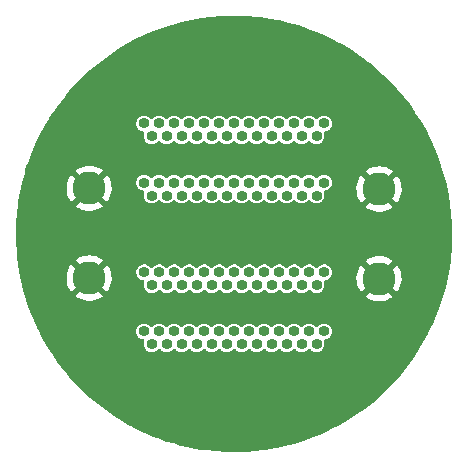
<source format=gtl>
G04 #@! TF.GenerationSoftware,KiCad,Pcbnew,(6.0.6)*
G04 #@! TF.CreationDate,2023-01-18T13:06:50-07:00*
G04 #@! TF.ProjectId,Double_MicroD_25_Gateway,446f7562-6c65-45f4-9d69-63726f445f32,rev?*
G04 #@! TF.SameCoordinates,Original*
G04 #@! TF.FileFunction,Copper,L1,Top*
G04 #@! TF.FilePolarity,Positive*
%FSLAX46Y46*%
G04 Gerber Fmt 4.6, Leading zero omitted, Abs format (unit mm)*
G04 Created by KiCad (PCBNEW (6.0.6)) date 2023-01-18 13:06:50*
%MOMM*%
%LPD*%
G01*
G04 APERTURE LIST*
G04 #@! TA.AperFunction,ComponentPad*
%ADD10O,0.920000X0.920000*%
G04 #@! TD*
G04 #@! TA.AperFunction,SMDPad,CuDef*
%ADD11C,2.800000*%
G04 #@! TD*
G04 #@! TA.AperFunction,ViaPad*
%ADD12C,0.800000*%
G04 #@! TD*
G04 APERTURE END LIST*
D10*
X-7620000Y4350000D03*
X-6350000Y4350000D03*
X-5080000Y4350000D03*
X-3810000Y4350000D03*
X-2540000Y4350000D03*
X-1270000Y4350000D03*
X0Y4350000D03*
X1270000Y4350000D03*
X2540000Y4350000D03*
X3810000Y4350000D03*
X5080000Y4350000D03*
X6350000Y4350000D03*
X7620000Y4350000D03*
X-6985000Y3250000D03*
X-5715000Y3250000D03*
X-4445000Y3250000D03*
X-3175000Y3250000D03*
X-1905000Y3250000D03*
X-635000Y3250000D03*
X635000Y3250000D03*
X1905000Y3250000D03*
X3175000Y3250000D03*
X4445000Y3250000D03*
X5715000Y3250000D03*
X6985000Y3250000D03*
D11*
X-12275000Y3860000D03*
X12275000Y3800000D03*
X-12275000Y-3740000D03*
X12275000Y-3800000D03*
D10*
X6985000Y-4350000D03*
X5715000Y-4350000D03*
X4445000Y-4350000D03*
X3175000Y-4350000D03*
X1905000Y-4350000D03*
X635000Y-4350000D03*
X-635000Y-4350000D03*
X-1905000Y-4350000D03*
X-3175000Y-4350000D03*
X-4445000Y-4350000D03*
X-5715000Y-4350000D03*
X-6985000Y-4350000D03*
X7620000Y-3250000D03*
X6350000Y-3250000D03*
X5080000Y-3250000D03*
X3810000Y-3250000D03*
X2540000Y-3250000D03*
X1270000Y-3250000D03*
X0Y-3250000D03*
X-1270000Y-3250000D03*
X-2540000Y-3250000D03*
X-3810000Y-3250000D03*
X-5080000Y-3250000D03*
X-6350000Y-3250000D03*
X-7620000Y-3250000D03*
X7620000Y9350000D03*
X6350000Y9350000D03*
X5080000Y9350000D03*
X3810000Y9350000D03*
X2540000Y9350000D03*
X1270000Y9350000D03*
X0Y9350000D03*
X-1270000Y9350000D03*
X-2540000Y9350000D03*
X-3810000Y9350000D03*
X-5080000Y9350000D03*
X-6350000Y9350000D03*
X-7620000Y9350000D03*
X6985000Y8250000D03*
X5715000Y8250000D03*
X4445000Y8250000D03*
X3175000Y8250000D03*
X1905000Y8250000D03*
X635000Y8250000D03*
X-635000Y8250000D03*
X-1905000Y8250000D03*
X-3175000Y8250000D03*
X-4445000Y8250000D03*
X-5715000Y8250000D03*
X-6985000Y8250000D03*
X7620000Y-8250000D03*
X6350000Y-8250000D03*
X5080000Y-8250000D03*
X3810000Y-8250000D03*
X2540000Y-8250000D03*
X1270000Y-8250000D03*
X0Y-8250000D03*
X-1270000Y-8250000D03*
X-2540000Y-8250000D03*
X-3810000Y-8250000D03*
X-5080000Y-8250000D03*
X-6350000Y-8250000D03*
X-7620000Y-8250000D03*
X6985000Y-9350000D03*
X5715000Y-9350000D03*
X4445000Y-9350000D03*
X3175000Y-9350000D03*
X1905000Y-9350000D03*
X635000Y-9350000D03*
X-635000Y-9350000D03*
X-1905000Y-9350000D03*
X-3175000Y-9350000D03*
X-4445000Y-9350000D03*
X-5715000Y-9350000D03*
X-6985000Y-9350000D03*
D12*
X10580100Y14562300D03*
X10580100Y-14562300D03*
X-10580100Y-14562300D03*
X17119000Y-5562300D03*
X17119000Y5562300D03*
X-14562300Y10580100D03*
X14562300Y10580100D03*
X-5562300Y17119000D03*
X14562300Y-10580100D03*
X5562300Y-17119000D03*
X0Y18000000D03*
X-14562300Y-10580100D03*
X-17119000Y5562300D03*
X-5562300Y-17119000D03*
X18000000Y0D03*
X0Y-18000000D03*
X-10580100Y14562300D03*
X-18000000Y0D03*
X-17119000Y-5562300D03*
X5562300Y17119000D03*
G04 #@! TA.AperFunction,Conductor*
G36*
X513021Y18469311D02*
G01*
X518736Y18469152D01*
X1350336Y18427025D01*
X1356038Y18426606D01*
X1791564Y18384670D01*
X2184864Y18346799D01*
X2190505Y18346126D01*
X2672548Y18277522D01*
X3014865Y18228803D01*
X3020505Y18227869D01*
X3838657Y18073277D01*
X3844249Y18072089D01*
X4654592Y17880532D01*
X4660125Y17879090D01*
X5460891Y17650987D01*
X5466349Y17649298D01*
X6255991Y17385088D01*
X6261351Y17383158D01*
X6746332Y17196019D01*
X7038193Y17083399D01*
X7043478Y17081220D01*
X7805890Y16746544D01*
X7811053Y16744137D01*
X8322802Y16491215D01*
X8557509Y16375215D01*
X8562576Y16372567D01*
X9291549Y15970152D01*
X9296490Y15967276D01*
X10006440Y15532219D01*
X10011245Y15529122D01*
X10700715Y15062316D01*
X10705376Y15059004D01*
X10944415Y14880830D01*
X11372997Y14561374D01*
X11377470Y14557880D01*
X11491114Y14464863D01*
X12021821Y14030484D01*
X12026162Y14026763D01*
X12645895Y13470709D01*
X12650063Y13466796D01*
X13243972Y12883163D01*
X13247957Y12879064D01*
X13814749Y12269123D01*
X13818545Y12264847D01*
X14357086Y11629820D01*
X14360684Y11625377D01*
X14869862Y10966578D01*
X14873255Y10961977D01*
X15352046Y10280728D01*
X15355226Y10275977D01*
X15802602Y9573736D01*
X15805564Y9568845D01*
X16220621Y8847038D01*
X16223358Y8842019D01*
X16301826Y8689990D01*
X16518374Y8270438D01*
X16605261Y8102097D01*
X16607760Y8096971D01*
X16840571Y7590805D01*
X16955695Y7340508D01*
X16957966Y7335261D01*
X17271231Y6563783D01*
X17273261Y6558439D01*
X17551204Y5773553D01*
X17552989Y5768123D01*
X17783577Y5009170D01*
X17795044Y4971426D01*
X17796579Y4965926D01*
X18000885Y4164408D01*
X18002244Y4159075D01*
X18003527Y4153518D01*
X18107165Y3653068D01*
X18172378Y3338162D01*
X18173410Y3332539D01*
X18305099Y2510375D01*
X18305875Y2504711D01*
X18400135Y1677410D01*
X18400652Y1671726D01*
X18456225Y856568D01*
X18457285Y841016D01*
X18457544Y835325D01*
X18472109Y193482D01*
X18476453Y2073D01*
X18476478Y-2105D01*
X18472470Y-384853D01*
X18472357Y-389030D01*
X18436004Y-1221655D01*
X18435626Y-1227344D01*
X18362519Y-2046500D01*
X18361608Y-2056703D01*
X18360973Y-2062368D01*
X18326335Y-2318557D01*
X18249408Y-2887519D01*
X18248513Y-2893166D01*
X18099630Y-3712413D01*
X18098481Y-3718014D01*
X17912593Y-4529644D01*
X17911190Y-4535186D01*
X17688680Y-5337533D01*
X17687028Y-5343006D01*
X17428343Y-6134453D01*
X17426448Y-6139835D01*
X17132121Y-6918749D01*
X17129980Y-6924047D01*
X16824918Y-7632396D01*
X16800631Y-7688789D01*
X16798257Y-7693974D01*
X16444647Y-8422206D01*
X16434554Y-8442992D01*
X16431944Y-8448070D01*
X16181139Y-8909995D01*
X16034634Y-9179823D01*
X16031793Y-9184784D01*
X15601695Y-9897767D01*
X15598631Y-9902594D01*
X15136657Y-10595294D01*
X15133378Y-10599978D01*
X14640430Y-11271046D01*
X14636942Y-11275575D01*
X14114066Y-11923581D01*
X14110375Y-11927948D01*
X13558661Y-12551548D01*
X13554777Y-12555743D01*
X12975315Y-13153702D01*
X12971244Y-13157716D01*
X12365275Y-13728752D01*
X12361026Y-13732578D01*
X11729776Y-14275538D01*
X11725359Y-14279167D01*
X11070113Y-14792946D01*
X11065535Y-14796371D01*
X10387650Y-15279902D01*
X10382921Y-15283115D01*
X9683826Y-15735380D01*
X9678956Y-15738376D01*
X8960061Y-16158464D01*
X8955061Y-16161236D01*
X8217822Y-16548295D01*
X8212721Y-16550827D01*
X7976654Y-16661409D01*
X7458692Y-16904040D01*
X7453461Y-16906347D01*
X6684190Y-17224990D01*
X6678860Y-17227057D01*
X5895947Y-17510467D01*
X5890528Y-17512291D01*
X5594031Y-17604640D01*
X5095543Y-17759902D01*
X5090063Y-17761474D01*
X4284639Y-17972773D01*
X4279109Y-17974090D01*
X3625689Y-18114171D01*
X3464940Y-18148632D01*
X3459324Y-18149703D01*
X2638083Y-18287132D01*
X2632444Y-18287945D01*
X2343471Y-18322914D01*
X1805831Y-18387975D01*
X1800141Y-18388533D01*
X969854Y-18450963D01*
X964145Y-18451263D01*
X500312Y-18465029D01*
X131817Y-18475966D01*
X126120Y-18476005D01*
X-507741Y-18466047D01*
X-706403Y-18462926D01*
X-712116Y-18462707D01*
X-1543212Y-18411875D01*
X-1548909Y-18411397D01*
X-2376862Y-18322914D01*
X-2382532Y-18322177D01*
X-2766339Y-18263447D01*
X-3205611Y-18196228D01*
X-3211200Y-18195243D01*
X-3619468Y-18113663D01*
X-4027714Y-18032087D01*
X-4033294Y-18030840D01*
X-4433332Y-17931841D01*
X-4841585Y-17830808D01*
X-4847060Y-17829321D01*
X-5605571Y-17604640D01*
X-5645427Y-17592834D01*
X-5650870Y-17591087D01*
X-5895944Y-17506223D01*
X-6437703Y-17318622D01*
X-6443035Y-17316639D01*
X-6829868Y-17162699D01*
X-7216687Y-17008765D01*
X-7221950Y-17006531D01*
X-7980838Y-16663880D01*
X-7985994Y-16661409D01*
X-8323737Y-16490062D01*
X-8728537Y-16284695D01*
X-8733566Y-16281999D01*
X-8949356Y-16159911D01*
X-9458290Y-15871971D01*
X-9463179Y-15869055D01*
X-10168536Y-15426585D01*
X-10173304Y-15423442D01*
X-10857861Y-14949432D01*
X-10862463Y-14946089D01*
X-11524840Y-14441493D01*
X-11529308Y-14437926D01*
X-12168092Y-13903820D01*
X-12172393Y-13900054D01*
X-12786267Y-13337542D01*
X-12790394Y-13333585D01*
X-13378148Y-12743775D01*
X-13382090Y-12739635D01*
X-13942467Y-12123790D01*
X-13946218Y-12119475D01*
X-14270524Y-11728847D01*
X-14478091Y-11478831D01*
X-14481633Y-11474362D01*
X-14635399Y-11271046D01*
X-14983907Y-10810237D01*
X-14987244Y-10805609D01*
X-15458862Y-10119400D01*
X-15461992Y-10114616D01*
X-15830735Y-9522206D01*
X-15901985Y-9407738D01*
X-15904893Y-9402822D01*
X-16312382Y-8676683D01*
X-16315066Y-8671635D01*
X-16530631Y-8243033D01*
X-8285315Y-8243033D01*
X-8267772Y-8401933D01*
X-8265163Y-8409064D01*
X-8265162Y-8409066D01*
X-8251803Y-8445570D01*
X-8212832Y-8552063D01*
X-8208595Y-8558369D01*
X-8208593Y-8558372D01*
X-8196271Y-8576709D01*
X-8123667Y-8684754D01*
X-8118049Y-8689866D01*
X-8011046Y-8787232D01*
X-8011042Y-8787235D01*
X-8005425Y-8792346D01*
X-7998748Y-8795972D01*
X-7998747Y-8795972D01*
X-7871609Y-8865003D01*
X-7871607Y-8865004D01*
X-7864932Y-8868628D01*
X-7857583Y-8870556D01*
X-7717648Y-8907267D01*
X-7717646Y-8907267D01*
X-7710298Y-8909195D01*
X-7702698Y-8909314D01*
X-7695180Y-8910344D01*
X-7695422Y-8912110D01*
X-7636711Y-8930356D01*
X-7591068Y-8984736D01*
X-7582070Y-9055160D01*
X-7589097Y-9081039D01*
X-7629448Y-9184534D01*
X-7630440Y-9192067D01*
X-7630440Y-9192068D01*
X-7631330Y-9198832D01*
X-7650315Y-9343033D01*
X-7632772Y-9501933D01*
X-7630163Y-9509064D01*
X-7630162Y-9509066D01*
X-7625353Y-9522206D01*
X-7577832Y-9652063D01*
X-7573595Y-9658369D01*
X-7573593Y-9658372D01*
X-7532580Y-9719405D01*
X-7488667Y-9784754D01*
X-7483049Y-9789866D01*
X-7376046Y-9887232D01*
X-7376042Y-9887235D01*
X-7370425Y-9892346D01*
X-7363748Y-9895972D01*
X-7363747Y-9895972D01*
X-7236609Y-9965003D01*
X-7236607Y-9965004D01*
X-7229932Y-9968628D01*
X-7222583Y-9970556D01*
X-7082648Y-10007267D01*
X-7082646Y-10007267D01*
X-7075298Y-10009195D01*
X-6993878Y-10010474D01*
X-6923051Y-10011587D01*
X-6923048Y-10011587D01*
X-6915452Y-10011706D01*
X-6908048Y-10010010D01*
X-6908046Y-10010010D01*
X-6850478Y-9996825D01*
X-6759620Y-9976016D01*
X-6616800Y-9904185D01*
X-6611029Y-9899256D01*
X-6611026Y-9899254D01*
X-6501015Y-9805295D01*
X-6495237Y-9800360D01*
X-6452688Y-9741147D01*
X-6396693Y-9697500D01*
X-6325989Y-9691055D01*
X-6263025Y-9723858D01*
X-6245790Y-9744391D01*
X-6218667Y-9784754D01*
X-6213049Y-9789866D01*
X-6106046Y-9887232D01*
X-6106042Y-9887235D01*
X-6100425Y-9892346D01*
X-6093748Y-9895972D01*
X-6093747Y-9895972D01*
X-5966609Y-9965003D01*
X-5966607Y-9965004D01*
X-5959932Y-9968628D01*
X-5952583Y-9970556D01*
X-5812648Y-10007267D01*
X-5812646Y-10007267D01*
X-5805298Y-10009195D01*
X-5723878Y-10010474D01*
X-5653051Y-10011587D01*
X-5653048Y-10011587D01*
X-5645452Y-10011706D01*
X-5638048Y-10010010D01*
X-5638046Y-10010010D01*
X-5580478Y-9996825D01*
X-5489620Y-9976016D01*
X-5346800Y-9904185D01*
X-5341029Y-9899256D01*
X-5341026Y-9899254D01*
X-5231015Y-9805295D01*
X-5225237Y-9800360D01*
X-5182688Y-9741147D01*
X-5126693Y-9697500D01*
X-5055989Y-9691055D01*
X-4993025Y-9723858D01*
X-4975790Y-9744391D01*
X-4948667Y-9784754D01*
X-4943049Y-9789866D01*
X-4836046Y-9887232D01*
X-4836042Y-9887235D01*
X-4830425Y-9892346D01*
X-4823748Y-9895972D01*
X-4823747Y-9895972D01*
X-4696609Y-9965003D01*
X-4696607Y-9965004D01*
X-4689932Y-9968628D01*
X-4682583Y-9970556D01*
X-4542648Y-10007267D01*
X-4542646Y-10007267D01*
X-4535298Y-10009195D01*
X-4453878Y-10010474D01*
X-4383051Y-10011587D01*
X-4383048Y-10011587D01*
X-4375452Y-10011706D01*
X-4368048Y-10010010D01*
X-4368046Y-10010010D01*
X-4310478Y-9996825D01*
X-4219620Y-9976016D01*
X-4076800Y-9904185D01*
X-4071029Y-9899256D01*
X-4071026Y-9899254D01*
X-3961015Y-9805295D01*
X-3955237Y-9800360D01*
X-3912688Y-9741147D01*
X-3856693Y-9697500D01*
X-3785989Y-9691055D01*
X-3723025Y-9723858D01*
X-3705790Y-9744391D01*
X-3678667Y-9784754D01*
X-3673049Y-9789866D01*
X-3566046Y-9887232D01*
X-3566042Y-9887235D01*
X-3560425Y-9892346D01*
X-3553748Y-9895972D01*
X-3553747Y-9895972D01*
X-3426609Y-9965003D01*
X-3426607Y-9965004D01*
X-3419932Y-9968628D01*
X-3412583Y-9970556D01*
X-3272648Y-10007267D01*
X-3272646Y-10007267D01*
X-3265298Y-10009195D01*
X-3183878Y-10010474D01*
X-3113051Y-10011587D01*
X-3113048Y-10011587D01*
X-3105452Y-10011706D01*
X-3098048Y-10010010D01*
X-3098046Y-10010010D01*
X-3040478Y-9996825D01*
X-2949620Y-9976016D01*
X-2806800Y-9904185D01*
X-2801029Y-9899256D01*
X-2801026Y-9899254D01*
X-2691015Y-9805295D01*
X-2685237Y-9800360D01*
X-2642688Y-9741147D01*
X-2586693Y-9697500D01*
X-2515989Y-9691055D01*
X-2453025Y-9723858D01*
X-2435790Y-9744391D01*
X-2408667Y-9784754D01*
X-2403049Y-9789866D01*
X-2296046Y-9887232D01*
X-2296042Y-9887235D01*
X-2290425Y-9892346D01*
X-2283748Y-9895972D01*
X-2283747Y-9895972D01*
X-2156609Y-9965003D01*
X-2156607Y-9965004D01*
X-2149932Y-9968628D01*
X-2142583Y-9970556D01*
X-2002648Y-10007267D01*
X-2002646Y-10007267D01*
X-1995298Y-10009195D01*
X-1913878Y-10010474D01*
X-1843051Y-10011587D01*
X-1843048Y-10011587D01*
X-1835452Y-10011706D01*
X-1828048Y-10010010D01*
X-1828046Y-10010010D01*
X-1770478Y-9996825D01*
X-1679620Y-9976016D01*
X-1536800Y-9904185D01*
X-1531029Y-9899256D01*
X-1531026Y-9899254D01*
X-1421015Y-9805295D01*
X-1415237Y-9800360D01*
X-1372688Y-9741147D01*
X-1316693Y-9697500D01*
X-1245989Y-9691055D01*
X-1183025Y-9723858D01*
X-1165790Y-9744391D01*
X-1138667Y-9784754D01*
X-1133049Y-9789866D01*
X-1026046Y-9887232D01*
X-1026042Y-9887235D01*
X-1020425Y-9892346D01*
X-1013748Y-9895972D01*
X-1013747Y-9895972D01*
X-886609Y-9965003D01*
X-886607Y-9965004D01*
X-879932Y-9968628D01*
X-872583Y-9970556D01*
X-732648Y-10007267D01*
X-732646Y-10007267D01*
X-725298Y-10009195D01*
X-643878Y-10010474D01*
X-573051Y-10011587D01*
X-573048Y-10011587D01*
X-565452Y-10011706D01*
X-558048Y-10010010D01*
X-558046Y-10010010D01*
X-500478Y-9996825D01*
X-409620Y-9976016D01*
X-266800Y-9904185D01*
X-261029Y-9899256D01*
X-261026Y-9899254D01*
X-151015Y-9805295D01*
X-145237Y-9800360D01*
X-102688Y-9741147D01*
X-46693Y-9697500D01*
X24011Y-9691055D01*
X86975Y-9723858D01*
X104210Y-9744391D01*
X131333Y-9784754D01*
X136951Y-9789866D01*
X243954Y-9887232D01*
X243958Y-9887235D01*
X249575Y-9892346D01*
X256252Y-9895972D01*
X256253Y-9895972D01*
X383391Y-9965003D01*
X383393Y-9965004D01*
X390068Y-9968628D01*
X397417Y-9970556D01*
X537352Y-10007267D01*
X537354Y-10007267D01*
X544702Y-10009195D01*
X626122Y-10010474D01*
X696949Y-10011587D01*
X696952Y-10011587D01*
X704548Y-10011706D01*
X711952Y-10010010D01*
X711954Y-10010010D01*
X769522Y-9996825D01*
X860380Y-9976016D01*
X1003200Y-9904185D01*
X1008971Y-9899256D01*
X1008974Y-9899254D01*
X1118985Y-9805295D01*
X1124763Y-9800360D01*
X1167312Y-9741147D01*
X1223307Y-9697500D01*
X1294011Y-9691055D01*
X1356975Y-9723858D01*
X1374210Y-9744391D01*
X1401333Y-9784754D01*
X1406951Y-9789866D01*
X1513954Y-9887232D01*
X1513958Y-9887235D01*
X1519575Y-9892346D01*
X1526252Y-9895972D01*
X1526253Y-9895972D01*
X1653391Y-9965003D01*
X1653393Y-9965004D01*
X1660068Y-9968628D01*
X1667417Y-9970556D01*
X1807352Y-10007267D01*
X1807354Y-10007267D01*
X1814702Y-10009195D01*
X1896122Y-10010474D01*
X1966949Y-10011587D01*
X1966952Y-10011587D01*
X1974548Y-10011706D01*
X1981952Y-10010010D01*
X1981954Y-10010010D01*
X2039522Y-9996825D01*
X2130380Y-9976016D01*
X2273200Y-9904185D01*
X2278971Y-9899256D01*
X2278974Y-9899254D01*
X2388985Y-9805295D01*
X2394763Y-9800360D01*
X2437312Y-9741147D01*
X2493307Y-9697500D01*
X2564011Y-9691055D01*
X2626975Y-9723858D01*
X2644210Y-9744391D01*
X2671333Y-9784754D01*
X2676951Y-9789866D01*
X2783954Y-9887232D01*
X2783958Y-9887235D01*
X2789575Y-9892346D01*
X2796252Y-9895972D01*
X2796253Y-9895972D01*
X2923391Y-9965003D01*
X2923393Y-9965004D01*
X2930068Y-9968628D01*
X2937417Y-9970556D01*
X3077352Y-10007267D01*
X3077354Y-10007267D01*
X3084702Y-10009195D01*
X3166122Y-10010474D01*
X3236949Y-10011587D01*
X3236952Y-10011587D01*
X3244548Y-10011706D01*
X3251952Y-10010010D01*
X3251954Y-10010010D01*
X3309522Y-9996825D01*
X3400380Y-9976016D01*
X3543200Y-9904185D01*
X3548971Y-9899256D01*
X3548974Y-9899254D01*
X3658985Y-9805295D01*
X3664763Y-9800360D01*
X3707312Y-9741147D01*
X3763307Y-9697500D01*
X3834011Y-9691055D01*
X3896975Y-9723858D01*
X3914210Y-9744391D01*
X3941333Y-9784754D01*
X3946951Y-9789866D01*
X4053954Y-9887232D01*
X4053958Y-9887235D01*
X4059575Y-9892346D01*
X4066252Y-9895972D01*
X4066253Y-9895972D01*
X4193391Y-9965003D01*
X4193393Y-9965004D01*
X4200068Y-9968628D01*
X4207417Y-9970556D01*
X4347352Y-10007267D01*
X4347354Y-10007267D01*
X4354702Y-10009195D01*
X4436122Y-10010474D01*
X4506949Y-10011587D01*
X4506952Y-10011587D01*
X4514548Y-10011706D01*
X4521952Y-10010010D01*
X4521954Y-10010010D01*
X4579522Y-9996825D01*
X4670380Y-9976016D01*
X4813200Y-9904185D01*
X4818971Y-9899256D01*
X4818974Y-9899254D01*
X4928985Y-9805295D01*
X4934763Y-9800360D01*
X4977312Y-9741147D01*
X5033307Y-9697500D01*
X5104011Y-9691055D01*
X5166975Y-9723858D01*
X5184210Y-9744391D01*
X5211333Y-9784754D01*
X5216951Y-9789866D01*
X5323954Y-9887232D01*
X5323958Y-9887235D01*
X5329575Y-9892346D01*
X5336252Y-9895972D01*
X5336253Y-9895972D01*
X5463391Y-9965003D01*
X5463393Y-9965004D01*
X5470068Y-9968628D01*
X5477417Y-9970556D01*
X5617352Y-10007267D01*
X5617354Y-10007267D01*
X5624702Y-10009195D01*
X5706122Y-10010474D01*
X5776949Y-10011587D01*
X5776952Y-10011587D01*
X5784548Y-10011706D01*
X5791952Y-10010010D01*
X5791954Y-10010010D01*
X5849522Y-9996825D01*
X5940380Y-9976016D01*
X6083200Y-9904185D01*
X6088971Y-9899256D01*
X6088974Y-9899254D01*
X6198985Y-9805295D01*
X6204763Y-9800360D01*
X6247312Y-9741147D01*
X6303307Y-9697500D01*
X6374011Y-9691055D01*
X6436975Y-9723858D01*
X6454210Y-9744391D01*
X6481333Y-9784754D01*
X6486951Y-9789866D01*
X6593954Y-9887232D01*
X6593958Y-9887235D01*
X6599575Y-9892346D01*
X6606252Y-9895972D01*
X6606253Y-9895972D01*
X6733391Y-9965003D01*
X6733393Y-9965004D01*
X6740068Y-9968628D01*
X6747417Y-9970556D01*
X6887352Y-10007267D01*
X6887354Y-10007267D01*
X6894702Y-10009195D01*
X6976122Y-10010474D01*
X7046949Y-10011587D01*
X7046952Y-10011587D01*
X7054548Y-10011706D01*
X7061952Y-10010010D01*
X7061954Y-10010010D01*
X7119522Y-9996825D01*
X7210380Y-9976016D01*
X7353200Y-9904185D01*
X7358971Y-9899256D01*
X7358974Y-9899254D01*
X7468985Y-9805295D01*
X7474763Y-9800360D01*
X7568052Y-9670535D01*
X7627680Y-9522206D01*
X7650205Y-9363934D01*
X7650351Y-9350000D01*
X7631145Y-9191292D01*
X7589160Y-9080182D01*
X7583792Y-9009390D01*
X7617549Y-8946932D01*
X7679715Y-8912640D01*
X7685808Y-8911647D01*
X7689548Y-8911706D01*
X7845380Y-8876016D01*
X7988200Y-8804185D01*
X7993971Y-8799256D01*
X7993974Y-8799254D01*
X8103985Y-8705295D01*
X8109763Y-8700360D01*
X8203052Y-8570535D01*
X8262680Y-8422206D01*
X8285205Y-8263934D01*
X8285351Y-8250000D01*
X8266145Y-8091292D01*
X8209636Y-7941746D01*
X8187364Y-7909339D01*
X8123389Y-7816254D01*
X8123387Y-7816252D01*
X8119087Y-7809995D01*
X8113249Y-7804793D01*
X8005396Y-7708701D01*
X7999725Y-7703648D01*
X7992271Y-7699701D01*
X7865154Y-7632396D01*
X7865155Y-7632396D01*
X7858440Y-7628841D01*
X7703391Y-7589895D01*
X7695793Y-7589855D01*
X7695791Y-7589855D01*
X7628513Y-7589503D01*
X7543526Y-7589058D01*
X7536146Y-7590830D01*
X7536144Y-7590830D01*
X7395456Y-7624606D01*
X7395453Y-7624607D01*
X7388077Y-7626378D01*
X7298580Y-7672571D01*
X7257088Y-7693987D01*
X7246017Y-7699701D01*
X7125548Y-7804793D01*
X7121183Y-7811003D01*
X7121180Y-7811007D01*
X7088208Y-7857922D01*
X7032673Y-7902154D01*
X6962041Y-7909339D01*
X6898737Y-7877197D01*
X6881281Y-7856838D01*
X6853389Y-7816254D01*
X6853387Y-7816252D01*
X6849087Y-7809995D01*
X6843249Y-7804793D01*
X6735396Y-7708701D01*
X6729725Y-7703648D01*
X6722271Y-7699701D01*
X6595154Y-7632396D01*
X6595155Y-7632396D01*
X6588440Y-7628841D01*
X6433391Y-7589895D01*
X6425793Y-7589855D01*
X6425791Y-7589855D01*
X6358513Y-7589503D01*
X6273526Y-7589058D01*
X6266146Y-7590830D01*
X6266144Y-7590830D01*
X6125456Y-7624606D01*
X6125453Y-7624607D01*
X6118077Y-7626378D01*
X6028580Y-7672571D01*
X5987088Y-7693987D01*
X5976017Y-7699701D01*
X5855548Y-7804793D01*
X5851183Y-7811003D01*
X5851180Y-7811007D01*
X5818208Y-7857922D01*
X5762673Y-7902154D01*
X5692041Y-7909339D01*
X5628737Y-7877197D01*
X5611281Y-7856838D01*
X5583389Y-7816254D01*
X5583387Y-7816252D01*
X5579087Y-7809995D01*
X5573249Y-7804793D01*
X5465396Y-7708701D01*
X5459725Y-7703648D01*
X5452271Y-7699701D01*
X5325154Y-7632396D01*
X5325155Y-7632396D01*
X5318440Y-7628841D01*
X5163391Y-7589895D01*
X5155793Y-7589855D01*
X5155791Y-7589855D01*
X5088513Y-7589503D01*
X5003526Y-7589058D01*
X4996146Y-7590830D01*
X4996144Y-7590830D01*
X4855456Y-7624606D01*
X4855453Y-7624607D01*
X4848077Y-7626378D01*
X4758580Y-7672571D01*
X4717088Y-7693987D01*
X4706017Y-7699701D01*
X4585548Y-7804793D01*
X4581183Y-7811003D01*
X4581180Y-7811007D01*
X4548208Y-7857922D01*
X4492673Y-7902154D01*
X4422041Y-7909339D01*
X4358737Y-7877197D01*
X4341281Y-7856838D01*
X4313389Y-7816254D01*
X4313387Y-7816252D01*
X4309087Y-7809995D01*
X4303249Y-7804793D01*
X4195396Y-7708701D01*
X4189725Y-7703648D01*
X4182271Y-7699701D01*
X4055154Y-7632396D01*
X4055155Y-7632396D01*
X4048440Y-7628841D01*
X3893391Y-7589895D01*
X3885793Y-7589855D01*
X3885791Y-7589855D01*
X3818513Y-7589503D01*
X3733526Y-7589058D01*
X3726146Y-7590830D01*
X3726144Y-7590830D01*
X3585456Y-7624606D01*
X3585453Y-7624607D01*
X3578077Y-7626378D01*
X3488580Y-7672571D01*
X3447088Y-7693987D01*
X3436017Y-7699701D01*
X3315548Y-7804793D01*
X3311183Y-7811003D01*
X3311180Y-7811007D01*
X3278208Y-7857922D01*
X3222673Y-7902154D01*
X3152041Y-7909339D01*
X3088737Y-7877197D01*
X3071281Y-7856838D01*
X3043389Y-7816254D01*
X3043387Y-7816252D01*
X3039087Y-7809995D01*
X3033249Y-7804793D01*
X2925396Y-7708701D01*
X2919725Y-7703648D01*
X2912271Y-7699701D01*
X2785154Y-7632396D01*
X2785155Y-7632396D01*
X2778440Y-7628841D01*
X2623391Y-7589895D01*
X2615793Y-7589855D01*
X2615791Y-7589855D01*
X2548513Y-7589503D01*
X2463526Y-7589058D01*
X2456146Y-7590830D01*
X2456144Y-7590830D01*
X2315456Y-7624606D01*
X2315453Y-7624607D01*
X2308077Y-7626378D01*
X2218580Y-7672571D01*
X2177088Y-7693987D01*
X2166017Y-7699701D01*
X2045548Y-7804793D01*
X2041183Y-7811003D01*
X2041180Y-7811007D01*
X2008208Y-7857922D01*
X1952673Y-7902154D01*
X1882041Y-7909339D01*
X1818737Y-7877197D01*
X1801281Y-7856838D01*
X1773389Y-7816254D01*
X1773387Y-7816252D01*
X1769087Y-7809995D01*
X1763249Y-7804793D01*
X1655396Y-7708701D01*
X1649725Y-7703648D01*
X1642271Y-7699701D01*
X1515154Y-7632396D01*
X1515155Y-7632396D01*
X1508440Y-7628841D01*
X1353391Y-7589895D01*
X1345793Y-7589855D01*
X1345791Y-7589855D01*
X1278513Y-7589503D01*
X1193526Y-7589058D01*
X1186146Y-7590830D01*
X1186144Y-7590830D01*
X1045456Y-7624606D01*
X1045453Y-7624607D01*
X1038077Y-7626378D01*
X948580Y-7672571D01*
X907088Y-7693987D01*
X896017Y-7699701D01*
X775548Y-7804793D01*
X771183Y-7811003D01*
X771180Y-7811007D01*
X738208Y-7857922D01*
X682673Y-7902154D01*
X612041Y-7909339D01*
X548737Y-7877197D01*
X531281Y-7856838D01*
X503389Y-7816254D01*
X503387Y-7816252D01*
X499087Y-7809995D01*
X493249Y-7804793D01*
X385396Y-7708701D01*
X379725Y-7703648D01*
X372271Y-7699701D01*
X245154Y-7632396D01*
X245155Y-7632396D01*
X238440Y-7628841D01*
X83391Y-7589895D01*
X75793Y-7589855D01*
X75791Y-7589855D01*
X8513Y-7589503D01*
X-76474Y-7589058D01*
X-83854Y-7590830D01*
X-83856Y-7590830D01*
X-224544Y-7624606D01*
X-224547Y-7624607D01*
X-231923Y-7626378D01*
X-321420Y-7672571D01*
X-362912Y-7693987D01*
X-373983Y-7699701D01*
X-494452Y-7804793D01*
X-498817Y-7811003D01*
X-498820Y-7811007D01*
X-531792Y-7857922D01*
X-587327Y-7902154D01*
X-657959Y-7909339D01*
X-721263Y-7877197D01*
X-738719Y-7856838D01*
X-766611Y-7816254D01*
X-766613Y-7816252D01*
X-770913Y-7809995D01*
X-776751Y-7804793D01*
X-884604Y-7708701D01*
X-890275Y-7703648D01*
X-897729Y-7699701D01*
X-1024846Y-7632396D01*
X-1024845Y-7632396D01*
X-1031560Y-7628841D01*
X-1186609Y-7589895D01*
X-1194207Y-7589855D01*
X-1194209Y-7589855D01*
X-1261487Y-7589503D01*
X-1346474Y-7589058D01*
X-1353854Y-7590830D01*
X-1353856Y-7590830D01*
X-1494544Y-7624606D01*
X-1494547Y-7624607D01*
X-1501923Y-7626378D01*
X-1591420Y-7672571D01*
X-1632912Y-7693987D01*
X-1643983Y-7699701D01*
X-1764452Y-7804793D01*
X-1768817Y-7811003D01*
X-1768820Y-7811007D01*
X-1801792Y-7857922D01*
X-1857327Y-7902154D01*
X-1927959Y-7909339D01*
X-1991263Y-7877197D01*
X-2008719Y-7856838D01*
X-2036611Y-7816254D01*
X-2036613Y-7816252D01*
X-2040913Y-7809995D01*
X-2046751Y-7804793D01*
X-2154604Y-7708701D01*
X-2160275Y-7703648D01*
X-2167729Y-7699701D01*
X-2294846Y-7632396D01*
X-2294845Y-7632396D01*
X-2301560Y-7628841D01*
X-2456609Y-7589895D01*
X-2464207Y-7589855D01*
X-2464209Y-7589855D01*
X-2531487Y-7589503D01*
X-2616474Y-7589058D01*
X-2623854Y-7590830D01*
X-2623856Y-7590830D01*
X-2764544Y-7624606D01*
X-2764547Y-7624607D01*
X-2771923Y-7626378D01*
X-2861420Y-7672571D01*
X-2902912Y-7693987D01*
X-2913983Y-7699701D01*
X-3034452Y-7804793D01*
X-3038817Y-7811003D01*
X-3038820Y-7811007D01*
X-3071792Y-7857922D01*
X-3127327Y-7902154D01*
X-3197959Y-7909339D01*
X-3261263Y-7877197D01*
X-3278719Y-7856838D01*
X-3306611Y-7816254D01*
X-3306613Y-7816252D01*
X-3310913Y-7809995D01*
X-3316751Y-7804793D01*
X-3424604Y-7708701D01*
X-3430275Y-7703648D01*
X-3437729Y-7699701D01*
X-3564846Y-7632396D01*
X-3564845Y-7632396D01*
X-3571560Y-7628841D01*
X-3726609Y-7589895D01*
X-3734207Y-7589855D01*
X-3734209Y-7589855D01*
X-3801487Y-7589503D01*
X-3886474Y-7589058D01*
X-3893854Y-7590830D01*
X-3893856Y-7590830D01*
X-4034544Y-7624606D01*
X-4034547Y-7624607D01*
X-4041923Y-7626378D01*
X-4131420Y-7672571D01*
X-4172912Y-7693987D01*
X-4183983Y-7699701D01*
X-4304452Y-7804793D01*
X-4308817Y-7811003D01*
X-4308820Y-7811007D01*
X-4341792Y-7857922D01*
X-4397327Y-7902154D01*
X-4467959Y-7909339D01*
X-4531263Y-7877197D01*
X-4548719Y-7856838D01*
X-4576611Y-7816254D01*
X-4576613Y-7816252D01*
X-4580913Y-7809995D01*
X-4586751Y-7804793D01*
X-4694604Y-7708701D01*
X-4700275Y-7703648D01*
X-4707729Y-7699701D01*
X-4834846Y-7632396D01*
X-4834845Y-7632396D01*
X-4841560Y-7628841D01*
X-4996609Y-7589895D01*
X-5004207Y-7589855D01*
X-5004209Y-7589855D01*
X-5071487Y-7589503D01*
X-5156474Y-7589058D01*
X-5163854Y-7590830D01*
X-5163856Y-7590830D01*
X-5304544Y-7624606D01*
X-5304547Y-7624607D01*
X-5311923Y-7626378D01*
X-5401420Y-7672571D01*
X-5442912Y-7693987D01*
X-5453983Y-7699701D01*
X-5574452Y-7804793D01*
X-5578817Y-7811003D01*
X-5578820Y-7811007D01*
X-5611792Y-7857922D01*
X-5667327Y-7902154D01*
X-5737959Y-7909339D01*
X-5801263Y-7877197D01*
X-5818719Y-7856838D01*
X-5846611Y-7816254D01*
X-5846613Y-7816252D01*
X-5850913Y-7809995D01*
X-5856751Y-7804793D01*
X-5964604Y-7708701D01*
X-5970275Y-7703648D01*
X-5977729Y-7699701D01*
X-6104846Y-7632396D01*
X-6104845Y-7632396D01*
X-6111560Y-7628841D01*
X-6266609Y-7589895D01*
X-6274207Y-7589855D01*
X-6274209Y-7589855D01*
X-6341487Y-7589503D01*
X-6426474Y-7589058D01*
X-6433854Y-7590830D01*
X-6433856Y-7590830D01*
X-6574544Y-7624606D01*
X-6574547Y-7624607D01*
X-6581923Y-7626378D01*
X-6671420Y-7672571D01*
X-6712912Y-7693987D01*
X-6723983Y-7699701D01*
X-6844452Y-7804793D01*
X-6848817Y-7811003D01*
X-6848820Y-7811007D01*
X-6881792Y-7857922D01*
X-6937327Y-7902154D01*
X-7007959Y-7909339D01*
X-7071263Y-7877197D01*
X-7088719Y-7856838D01*
X-7116611Y-7816254D01*
X-7116613Y-7816252D01*
X-7120913Y-7809995D01*
X-7126751Y-7804793D01*
X-7234604Y-7708701D01*
X-7240275Y-7703648D01*
X-7247729Y-7699701D01*
X-7374846Y-7632396D01*
X-7374845Y-7632396D01*
X-7381560Y-7628841D01*
X-7536609Y-7589895D01*
X-7544207Y-7589855D01*
X-7544209Y-7589855D01*
X-7611487Y-7589503D01*
X-7696474Y-7589058D01*
X-7703854Y-7590830D01*
X-7703856Y-7590830D01*
X-7844544Y-7624606D01*
X-7844547Y-7624607D01*
X-7851923Y-7626378D01*
X-7941420Y-7672571D01*
X-7982912Y-7693987D01*
X-7993983Y-7699701D01*
X-8114452Y-7804793D01*
X-8118819Y-7811007D01*
X-8199089Y-7925220D01*
X-8206376Y-7935588D01*
X-8209136Y-7942668D01*
X-8255287Y-8061038D01*
X-8264448Y-8084534D01*
X-8265440Y-8092067D01*
X-8265440Y-8092068D01*
X-8266330Y-8098832D01*
X-8285315Y-8243033D01*
X-16530631Y-8243033D01*
X-16689191Y-7927773D01*
X-16691643Y-7922609D01*
X-16793911Y-7693987D01*
X-17031638Y-7162541D01*
X-17033851Y-7157277D01*
X-17125721Y-6924050D01*
X-17339021Y-6382556D01*
X-17340992Y-6377198D01*
X-17586996Y-5658679D01*
X-17610711Y-5589413D01*
X-17612435Y-5583975D01*
X-17614586Y-5576617D01*
X-17707813Y-5257806D01*
X-13427639Y-5257806D01*
X-13420249Y-5268108D01*
X-13378370Y-5302203D01*
X-13371091Y-5307318D01*
X-13147244Y-5442085D01*
X-13139330Y-5446118D01*
X-12898714Y-5548006D01*
X-12890309Y-5550883D01*
X-12637743Y-5617850D01*
X-12629011Y-5619516D01*
X-12369526Y-5650227D01*
X-12360660Y-5650645D01*
X-12099439Y-5644490D01*
X-12090586Y-5643653D01*
X-11832838Y-5600752D01*
X-11824204Y-5598679D01*
X-11575070Y-5519888D01*
X-11566808Y-5516617D01*
X-11331269Y-5403513D01*
X-11323545Y-5399107D01*
X-11201869Y-5317806D01*
X11122361Y-5317806D01*
X11129751Y-5328108D01*
X11171630Y-5362203D01*
X11178909Y-5367318D01*
X11402756Y-5502085D01*
X11410670Y-5506118D01*
X11651286Y-5608006D01*
X11659691Y-5610883D01*
X11912257Y-5677850D01*
X11920989Y-5679516D01*
X12180474Y-5710227D01*
X12189340Y-5710645D01*
X12450561Y-5704490D01*
X12459414Y-5703653D01*
X12717162Y-5660752D01*
X12725796Y-5658679D01*
X12974930Y-5579888D01*
X12983192Y-5576617D01*
X13218731Y-5463513D01*
X13226455Y-5459107D01*
X13420268Y-5329606D01*
X13428556Y-5319688D01*
X13421299Y-5305509D01*
X12287812Y-4172022D01*
X12273868Y-4164408D01*
X12272035Y-4164539D01*
X12265420Y-4168790D01*
X11129527Y-5304683D01*
X11122361Y-5317806D01*
X-11201869Y-5317806D01*
X-11129732Y-5269606D01*
X-11121444Y-5259688D01*
X-11128701Y-5245509D01*
X-12262188Y-4112022D01*
X-12276132Y-4104408D01*
X-12277965Y-4104539D01*
X-12284580Y-4108790D01*
X-13420473Y-5244683D01*
X-13427639Y-5257806D01*
X-17707813Y-5257806D01*
X-17846129Y-4784805D01*
X-17847606Y-4779294D01*
X-17847810Y-4778454D01*
X-17949865Y-4359809D01*
X-18044805Y-3970345D01*
X-18046033Y-3964762D01*
X-18101045Y-3684367D01*
X-14186755Y-3684367D01*
X-14176497Y-3945459D01*
X-14175522Y-3954288D01*
X-14128578Y-4211332D01*
X-14126369Y-4219934D01*
X-14043676Y-4467796D01*
X-14040272Y-4476014D01*
X-13923481Y-4709750D01*
X-13918957Y-4717398D01*
X-13803648Y-4884235D01*
X-13793327Y-4892589D01*
X-13779677Y-4885467D01*
X-12647022Y-3752812D01*
X-12640644Y-3741132D01*
X-11910592Y-3741132D01*
X-11910461Y-3742965D01*
X-11906210Y-3749580D01*
X-10769483Y-4886307D01*
X-10756083Y-4893624D01*
X-10746179Y-4886637D01*
X-10730314Y-4867763D01*
X-10725095Y-4860580D01*
X-10586829Y-4638876D01*
X-10582667Y-4631017D01*
X-10477012Y-4392030D01*
X-10474006Y-4383680D01*
X-10403079Y-4132192D01*
X-10401278Y-4123499D01*
X-10366328Y-3863292D01*
X-10365800Y-3856899D01*
X-10362227Y-3743222D01*
X-10362354Y-3736779D01*
X-10380894Y-3474923D01*
X-10382147Y-3466119D01*
X-10430176Y-3243033D01*
X-8285315Y-3243033D01*
X-8267772Y-3401933D01*
X-8265163Y-3409064D01*
X-8265162Y-3409066D01*
X-8255455Y-3435592D01*
X-8212832Y-3552063D01*
X-8208595Y-3558369D01*
X-8208593Y-3558372D01*
X-8196271Y-3576709D01*
X-8123667Y-3684754D01*
X-8118049Y-3689866D01*
X-8011046Y-3787232D01*
X-8011042Y-3787235D01*
X-8005425Y-3792346D01*
X-7998748Y-3795972D01*
X-7998747Y-3795972D01*
X-7871609Y-3865003D01*
X-7871607Y-3865004D01*
X-7864932Y-3868628D01*
X-7857583Y-3870556D01*
X-7717648Y-3907267D01*
X-7717646Y-3907267D01*
X-7710298Y-3909195D01*
X-7702698Y-3909314D01*
X-7695180Y-3910344D01*
X-7695422Y-3912110D01*
X-7636711Y-3930356D01*
X-7591068Y-3984736D01*
X-7582070Y-4055160D01*
X-7589097Y-4081039D01*
X-7629448Y-4184534D01*
X-7630440Y-4192067D01*
X-7630440Y-4192068D01*
X-7640875Y-4271332D01*
X-7650315Y-4343033D01*
X-7641543Y-4422483D01*
X-7638281Y-4452030D01*
X-7632772Y-4501933D01*
X-7630163Y-4509064D01*
X-7630162Y-4509066D01*
X-7622772Y-4529260D01*
X-7577832Y-4652063D01*
X-7573595Y-4658369D01*
X-7573593Y-4658372D01*
X-7546375Y-4698876D01*
X-7488667Y-4784754D01*
X-7483049Y-4789866D01*
X-7376046Y-4887232D01*
X-7376042Y-4887235D01*
X-7370425Y-4892346D01*
X-7363748Y-4895972D01*
X-7363747Y-4895972D01*
X-7236609Y-4965003D01*
X-7236607Y-4965004D01*
X-7229932Y-4968628D01*
X-7222583Y-4970556D01*
X-7082648Y-5007267D01*
X-7082646Y-5007267D01*
X-7075298Y-5009195D01*
X-6993878Y-5010474D01*
X-6923051Y-5011587D01*
X-6923048Y-5011587D01*
X-6915452Y-5011706D01*
X-6908048Y-5010010D01*
X-6908046Y-5010010D01*
X-6850478Y-4996825D01*
X-6759620Y-4976016D01*
X-6616800Y-4904185D01*
X-6611029Y-4899256D01*
X-6611026Y-4899254D01*
X-6501015Y-4805295D01*
X-6495237Y-4800360D01*
X-6452688Y-4741147D01*
X-6396693Y-4697500D01*
X-6325989Y-4691055D01*
X-6263025Y-4723858D01*
X-6245790Y-4744391D01*
X-6218667Y-4784754D01*
X-6213049Y-4789866D01*
X-6106046Y-4887232D01*
X-6106042Y-4887235D01*
X-6100425Y-4892346D01*
X-6093748Y-4895972D01*
X-6093747Y-4895972D01*
X-5966609Y-4965003D01*
X-5966607Y-4965004D01*
X-5959932Y-4968628D01*
X-5952583Y-4970556D01*
X-5812648Y-5007267D01*
X-5812646Y-5007267D01*
X-5805298Y-5009195D01*
X-5723878Y-5010474D01*
X-5653051Y-5011587D01*
X-5653048Y-5011587D01*
X-5645452Y-5011706D01*
X-5638048Y-5010010D01*
X-5638046Y-5010010D01*
X-5580478Y-4996825D01*
X-5489620Y-4976016D01*
X-5346800Y-4904185D01*
X-5341029Y-4899256D01*
X-5341026Y-4899254D01*
X-5231015Y-4805295D01*
X-5225237Y-4800360D01*
X-5182688Y-4741147D01*
X-5126693Y-4697500D01*
X-5055989Y-4691055D01*
X-4993025Y-4723858D01*
X-4975790Y-4744391D01*
X-4948667Y-4784754D01*
X-4943049Y-4789866D01*
X-4836046Y-4887232D01*
X-4836042Y-4887235D01*
X-4830425Y-4892346D01*
X-4823748Y-4895972D01*
X-4823747Y-4895972D01*
X-4696609Y-4965003D01*
X-4696607Y-4965004D01*
X-4689932Y-4968628D01*
X-4682583Y-4970556D01*
X-4542648Y-5007267D01*
X-4542646Y-5007267D01*
X-4535298Y-5009195D01*
X-4453878Y-5010474D01*
X-4383051Y-5011587D01*
X-4383048Y-5011587D01*
X-4375452Y-5011706D01*
X-4368048Y-5010010D01*
X-4368046Y-5010010D01*
X-4310478Y-4996825D01*
X-4219620Y-4976016D01*
X-4076800Y-4904185D01*
X-4071029Y-4899256D01*
X-4071026Y-4899254D01*
X-3961015Y-4805295D01*
X-3955237Y-4800360D01*
X-3912688Y-4741147D01*
X-3856693Y-4697500D01*
X-3785989Y-4691055D01*
X-3723025Y-4723858D01*
X-3705790Y-4744391D01*
X-3678667Y-4784754D01*
X-3673049Y-4789866D01*
X-3566046Y-4887232D01*
X-3566042Y-4887235D01*
X-3560425Y-4892346D01*
X-3553748Y-4895972D01*
X-3553747Y-4895972D01*
X-3426609Y-4965003D01*
X-3426607Y-4965004D01*
X-3419932Y-4968628D01*
X-3412583Y-4970556D01*
X-3272648Y-5007267D01*
X-3272646Y-5007267D01*
X-3265298Y-5009195D01*
X-3183878Y-5010474D01*
X-3113051Y-5011587D01*
X-3113048Y-5011587D01*
X-3105452Y-5011706D01*
X-3098048Y-5010010D01*
X-3098046Y-5010010D01*
X-3040478Y-4996825D01*
X-2949620Y-4976016D01*
X-2806800Y-4904185D01*
X-2801029Y-4899256D01*
X-2801026Y-4899254D01*
X-2691015Y-4805295D01*
X-2685237Y-4800360D01*
X-2642688Y-4741147D01*
X-2586693Y-4697500D01*
X-2515989Y-4691055D01*
X-2453025Y-4723858D01*
X-2435790Y-4744391D01*
X-2408667Y-4784754D01*
X-2403049Y-4789866D01*
X-2296046Y-4887232D01*
X-2296042Y-4887235D01*
X-2290425Y-4892346D01*
X-2283748Y-4895972D01*
X-2283747Y-4895972D01*
X-2156609Y-4965003D01*
X-2156607Y-4965004D01*
X-2149932Y-4968628D01*
X-2142583Y-4970556D01*
X-2002648Y-5007267D01*
X-2002646Y-5007267D01*
X-1995298Y-5009195D01*
X-1913878Y-5010474D01*
X-1843051Y-5011587D01*
X-1843048Y-5011587D01*
X-1835452Y-5011706D01*
X-1828048Y-5010010D01*
X-1828046Y-5010010D01*
X-1770478Y-4996825D01*
X-1679620Y-4976016D01*
X-1536800Y-4904185D01*
X-1531029Y-4899256D01*
X-1531026Y-4899254D01*
X-1421015Y-4805295D01*
X-1415237Y-4800360D01*
X-1372688Y-4741147D01*
X-1316693Y-4697500D01*
X-1245989Y-4691055D01*
X-1183025Y-4723858D01*
X-1165790Y-4744391D01*
X-1138667Y-4784754D01*
X-1133049Y-4789866D01*
X-1026046Y-4887232D01*
X-1026042Y-4887235D01*
X-1020425Y-4892346D01*
X-1013748Y-4895972D01*
X-1013747Y-4895972D01*
X-886609Y-4965003D01*
X-886607Y-4965004D01*
X-879932Y-4968628D01*
X-872583Y-4970556D01*
X-732648Y-5007267D01*
X-732646Y-5007267D01*
X-725298Y-5009195D01*
X-643878Y-5010474D01*
X-573051Y-5011587D01*
X-573048Y-5011587D01*
X-565452Y-5011706D01*
X-558048Y-5010010D01*
X-558046Y-5010010D01*
X-500478Y-4996825D01*
X-409620Y-4976016D01*
X-266800Y-4904185D01*
X-261029Y-4899256D01*
X-261026Y-4899254D01*
X-151015Y-4805295D01*
X-145237Y-4800360D01*
X-102688Y-4741147D01*
X-46693Y-4697500D01*
X24011Y-4691055D01*
X86975Y-4723858D01*
X104210Y-4744391D01*
X131333Y-4784754D01*
X136951Y-4789866D01*
X243954Y-4887232D01*
X243958Y-4887235D01*
X249575Y-4892346D01*
X256252Y-4895972D01*
X256253Y-4895972D01*
X383391Y-4965003D01*
X383393Y-4965004D01*
X390068Y-4968628D01*
X397417Y-4970556D01*
X537352Y-5007267D01*
X537354Y-5007267D01*
X544702Y-5009195D01*
X626122Y-5010474D01*
X696949Y-5011587D01*
X696952Y-5011587D01*
X704548Y-5011706D01*
X711952Y-5010010D01*
X711954Y-5010010D01*
X769522Y-4996825D01*
X860380Y-4976016D01*
X1003200Y-4904185D01*
X1008971Y-4899256D01*
X1008974Y-4899254D01*
X1118985Y-4805295D01*
X1124763Y-4800360D01*
X1167312Y-4741147D01*
X1223307Y-4697500D01*
X1294011Y-4691055D01*
X1356975Y-4723858D01*
X1374210Y-4744391D01*
X1401333Y-4784754D01*
X1406951Y-4789866D01*
X1513954Y-4887232D01*
X1513958Y-4887235D01*
X1519575Y-4892346D01*
X1526252Y-4895972D01*
X1526253Y-4895972D01*
X1653391Y-4965003D01*
X1653393Y-4965004D01*
X1660068Y-4968628D01*
X1667417Y-4970556D01*
X1807352Y-5007267D01*
X1807354Y-5007267D01*
X1814702Y-5009195D01*
X1896122Y-5010474D01*
X1966949Y-5011587D01*
X1966952Y-5011587D01*
X1974548Y-5011706D01*
X1981952Y-5010010D01*
X1981954Y-5010010D01*
X2039522Y-4996825D01*
X2130380Y-4976016D01*
X2273200Y-4904185D01*
X2278971Y-4899256D01*
X2278974Y-4899254D01*
X2388985Y-4805295D01*
X2394763Y-4800360D01*
X2437312Y-4741147D01*
X2493307Y-4697500D01*
X2564011Y-4691055D01*
X2626975Y-4723858D01*
X2644210Y-4744391D01*
X2671333Y-4784754D01*
X2676951Y-4789866D01*
X2783954Y-4887232D01*
X2783958Y-4887235D01*
X2789575Y-4892346D01*
X2796252Y-4895972D01*
X2796253Y-4895972D01*
X2923391Y-4965003D01*
X2923393Y-4965004D01*
X2930068Y-4968628D01*
X2937417Y-4970556D01*
X3077352Y-5007267D01*
X3077354Y-5007267D01*
X3084702Y-5009195D01*
X3166122Y-5010474D01*
X3236949Y-5011587D01*
X3236952Y-5011587D01*
X3244548Y-5011706D01*
X3251952Y-5010010D01*
X3251954Y-5010010D01*
X3309522Y-4996825D01*
X3400380Y-4976016D01*
X3543200Y-4904185D01*
X3548971Y-4899256D01*
X3548974Y-4899254D01*
X3658985Y-4805295D01*
X3664763Y-4800360D01*
X3707312Y-4741147D01*
X3763307Y-4697500D01*
X3834011Y-4691055D01*
X3896975Y-4723858D01*
X3914210Y-4744391D01*
X3941333Y-4784754D01*
X3946951Y-4789866D01*
X4053954Y-4887232D01*
X4053958Y-4887235D01*
X4059575Y-4892346D01*
X4066252Y-4895972D01*
X4066253Y-4895972D01*
X4193391Y-4965003D01*
X4193393Y-4965004D01*
X4200068Y-4968628D01*
X4207417Y-4970556D01*
X4347352Y-5007267D01*
X4347354Y-5007267D01*
X4354702Y-5009195D01*
X4436122Y-5010474D01*
X4506949Y-5011587D01*
X4506952Y-5011587D01*
X4514548Y-5011706D01*
X4521952Y-5010010D01*
X4521954Y-5010010D01*
X4579522Y-4996825D01*
X4670380Y-4976016D01*
X4813200Y-4904185D01*
X4818971Y-4899256D01*
X4818974Y-4899254D01*
X4928985Y-4805295D01*
X4934763Y-4800360D01*
X4977312Y-4741147D01*
X5033307Y-4697500D01*
X5104011Y-4691055D01*
X5166975Y-4723858D01*
X5184210Y-4744391D01*
X5211333Y-4784754D01*
X5216951Y-4789866D01*
X5323954Y-4887232D01*
X5323958Y-4887235D01*
X5329575Y-4892346D01*
X5336252Y-4895972D01*
X5336253Y-4895972D01*
X5463391Y-4965003D01*
X5463393Y-4965004D01*
X5470068Y-4968628D01*
X5477417Y-4970556D01*
X5617352Y-5007267D01*
X5617354Y-5007267D01*
X5624702Y-5009195D01*
X5706122Y-5010474D01*
X5776949Y-5011587D01*
X5776952Y-5011587D01*
X5784548Y-5011706D01*
X5791952Y-5010010D01*
X5791954Y-5010010D01*
X5849522Y-4996825D01*
X5940380Y-4976016D01*
X6083200Y-4904185D01*
X6088971Y-4899256D01*
X6088974Y-4899254D01*
X6198985Y-4805295D01*
X6204763Y-4800360D01*
X6247312Y-4741147D01*
X6303307Y-4697500D01*
X6374011Y-4691055D01*
X6436975Y-4723858D01*
X6454210Y-4744391D01*
X6481333Y-4784754D01*
X6486951Y-4789866D01*
X6593954Y-4887232D01*
X6593958Y-4887235D01*
X6599575Y-4892346D01*
X6606252Y-4895972D01*
X6606253Y-4895972D01*
X6733391Y-4965003D01*
X6733393Y-4965004D01*
X6740068Y-4968628D01*
X6747417Y-4970556D01*
X6887352Y-5007267D01*
X6887354Y-5007267D01*
X6894702Y-5009195D01*
X6976122Y-5010474D01*
X7046949Y-5011587D01*
X7046952Y-5011587D01*
X7054548Y-5011706D01*
X7061952Y-5010010D01*
X7061954Y-5010010D01*
X7119522Y-4996825D01*
X7210380Y-4976016D01*
X7353200Y-4904185D01*
X7358971Y-4899256D01*
X7358974Y-4899254D01*
X7468985Y-4805295D01*
X7474763Y-4800360D01*
X7568052Y-4670535D01*
X7627680Y-4522206D01*
X7638856Y-4443680D01*
X7649624Y-4368018D01*
X7649624Y-4368015D01*
X7650205Y-4363934D01*
X7650351Y-4350000D01*
X7631145Y-4191292D01*
X7589160Y-4080182D01*
X7583792Y-4009390D01*
X7617549Y-3946932D01*
X7679715Y-3912640D01*
X7685808Y-3911647D01*
X7689548Y-3911706D01*
X7845380Y-3876016D01*
X7988200Y-3804185D01*
X7993971Y-3799256D01*
X7993974Y-3799254D01*
X8058238Y-3744367D01*
X10363245Y-3744367D01*
X10373503Y-4005459D01*
X10374478Y-4014288D01*
X10421422Y-4271332D01*
X10423631Y-4279934D01*
X10506324Y-4527796D01*
X10509728Y-4536014D01*
X10626519Y-4769750D01*
X10631043Y-4777398D01*
X10746352Y-4944235D01*
X10756673Y-4952589D01*
X10770323Y-4945467D01*
X11902978Y-3812812D01*
X11909356Y-3801132D01*
X12639408Y-3801132D01*
X12639539Y-3802965D01*
X12643790Y-3809580D01*
X13780517Y-4946307D01*
X13793917Y-4953624D01*
X13803821Y-4946637D01*
X13819686Y-4927763D01*
X13824905Y-4920580D01*
X13963171Y-4698876D01*
X13967333Y-4691017D01*
X14072988Y-4452030D01*
X14075994Y-4443680D01*
X14146921Y-4192192D01*
X14148722Y-4183499D01*
X14183672Y-3923292D01*
X14184200Y-3916899D01*
X14187773Y-3803222D01*
X14187646Y-3796779D01*
X14169106Y-3534923D01*
X14167853Y-3526119D01*
X14112858Y-3270677D01*
X14110379Y-3262144D01*
X14019941Y-3017002D01*
X14016286Y-3008907D01*
X13892206Y-2778947D01*
X13887447Y-2771449D01*
X13802759Y-2656790D01*
X13791631Y-2648348D01*
X13779038Y-2655172D01*
X12647022Y-3787188D01*
X12639408Y-3801132D01*
X11909356Y-3801132D01*
X11910592Y-3798868D01*
X11910461Y-3797035D01*
X11906210Y-3790420D01*
X10770819Y-2655029D01*
X10757978Y-2648017D01*
X10747289Y-2655813D01*
X10695663Y-2721299D01*
X10690658Y-2728663D01*
X10559420Y-2954605D01*
X10555516Y-2962575D01*
X10457420Y-3204763D01*
X10454676Y-3213207D01*
X10391683Y-3466800D01*
X10390156Y-3475551D01*
X10363524Y-3735483D01*
X10363245Y-3744367D01*
X8058238Y-3744367D01*
X8103985Y-3705295D01*
X8109763Y-3700360D01*
X8203052Y-3570535D01*
X8262680Y-3422206D01*
X8270398Y-3367978D01*
X8284624Y-3268018D01*
X8284624Y-3268015D01*
X8285205Y-3263934D01*
X8285351Y-3250000D01*
X8266145Y-3091292D01*
X8209636Y-2941746D01*
X8182715Y-2902575D01*
X8123389Y-2816254D01*
X8123387Y-2816252D01*
X8119087Y-2809995D01*
X8113249Y-2804793D01*
X8016896Y-2718947D01*
X7999725Y-2703648D01*
X7992271Y-2699701D01*
X7865154Y-2632396D01*
X7865155Y-2632396D01*
X7858440Y-2628841D01*
X7703391Y-2589895D01*
X7695793Y-2589855D01*
X7695791Y-2589855D01*
X7628513Y-2589503D01*
X7543526Y-2589058D01*
X7536146Y-2590830D01*
X7536144Y-2590830D01*
X7395456Y-2624606D01*
X7395453Y-2624607D01*
X7388077Y-2626378D01*
X7246017Y-2699701D01*
X7240295Y-2704693D01*
X7240293Y-2704694D01*
X7212817Y-2728663D01*
X7125548Y-2804793D01*
X7121183Y-2811003D01*
X7121180Y-2811007D01*
X7088208Y-2857922D01*
X7032673Y-2902154D01*
X6962041Y-2909339D01*
X6898737Y-2877197D01*
X6881281Y-2856838D01*
X6853389Y-2816254D01*
X6853387Y-2816252D01*
X6849087Y-2809995D01*
X6843249Y-2804793D01*
X6746896Y-2718947D01*
X6729725Y-2703648D01*
X6722271Y-2699701D01*
X6595154Y-2632396D01*
X6595155Y-2632396D01*
X6588440Y-2628841D01*
X6433391Y-2589895D01*
X6425793Y-2589855D01*
X6425791Y-2589855D01*
X6358513Y-2589503D01*
X6273526Y-2589058D01*
X6266146Y-2590830D01*
X6266144Y-2590830D01*
X6125456Y-2624606D01*
X6125453Y-2624607D01*
X6118077Y-2626378D01*
X5976017Y-2699701D01*
X5970295Y-2704693D01*
X5970293Y-2704694D01*
X5942817Y-2728663D01*
X5855548Y-2804793D01*
X5851183Y-2811003D01*
X5851180Y-2811007D01*
X5818208Y-2857922D01*
X5762673Y-2902154D01*
X5692041Y-2909339D01*
X5628737Y-2877197D01*
X5611281Y-2856838D01*
X5583389Y-2816254D01*
X5583387Y-2816252D01*
X5579087Y-2809995D01*
X5573249Y-2804793D01*
X5476896Y-2718947D01*
X5459725Y-2703648D01*
X5452271Y-2699701D01*
X5325154Y-2632396D01*
X5325155Y-2632396D01*
X5318440Y-2628841D01*
X5163391Y-2589895D01*
X5155793Y-2589855D01*
X5155791Y-2589855D01*
X5088513Y-2589503D01*
X5003526Y-2589058D01*
X4996146Y-2590830D01*
X4996144Y-2590830D01*
X4855456Y-2624606D01*
X4855453Y-2624607D01*
X4848077Y-2626378D01*
X4706017Y-2699701D01*
X4700295Y-2704693D01*
X4700293Y-2704694D01*
X4672817Y-2728663D01*
X4585548Y-2804793D01*
X4581183Y-2811003D01*
X4581180Y-2811007D01*
X4548208Y-2857922D01*
X4492673Y-2902154D01*
X4422041Y-2909339D01*
X4358737Y-2877197D01*
X4341281Y-2856838D01*
X4313389Y-2816254D01*
X4313387Y-2816252D01*
X4309087Y-2809995D01*
X4303249Y-2804793D01*
X4206896Y-2718947D01*
X4189725Y-2703648D01*
X4182271Y-2699701D01*
X4055154Y-2632396D01*
X4055155Y-2632396D01*
X4048440Y-2628841D01*
X3893391Y-2589895D01*
X3885793Y-2589855D01*
X3885791Y-2589855D01*
X3818513Y-2589503D01*
X3733526Y-2589058D01*
X3726146Y-2590830D01*
X3726144Y-2590830D01*
X3585456Y-2624606D01*
X3585453Y-2624607D01*
X3578077Y-2626378D01*
X3436017Y-2699701D01*
X3430295Y-2704693D01*
X3430293Y-2704694D01*
X3402817Y-2728663D01*
X3315548Y-2804793D01*
X3311183Y-2811003D01*
X3311180Y-2811007D01*
X3278208Y-2857922D01*
X3222673Y-2902154D01*
X3152041Y-2909339D01*
X3088737Y-2877197D01*
X3071281Y-2856838D01*
X3043389Y-2816254D01*
X3043387Y-2816252D01*
X3039087Y-2809995D01*
X3033249Y-2804793D01*
X2936896Y-2718947D01*
X2919725Y-2703648D01*
X2912271Y-2699701D01*
X2785154Y-2632396D01*
X2785155Y-2632396D01*
X2778440Y-2628841D01*
X2623391Y-2589895D01*
X2615793Y-2589855D01*
X2615791Y-2589855D01*
X2548513Y-2589503D01*
X2463526Y-2589058D01*
X2456146Y-2590830D01*
X2456144Y-2590830D01*
X2315456Y-2624606D01*
X2315453Y-2624607D01*
X2308077Y-2626378D01*
X2166017Y-2699701D01*
X2160295Y-2704693D01*
X2160293Y-2704694D01*
X2132817Y-2728663D01*
X2045548Y-2804793D01*
X2041183Y-2811003D01*
X2041180Y-2811007D01*
X2008208Y-2857922D01*
X1952673Y-2902154D01*
X1882041Y-2909339D01*
X1818737Y-2877197D01*
X1801281Y-2856838D01*
X1773389Y-2816254D01*
X1773387Y-2816252D01*
X1769087Y-2809995D01*
X1763249Y-2804793D01*
X1666896Y-2718947D01*
X1649725Y-2703648D01*
X1642271Y-2699701D01*
X1515154Y-2632396D01*
X1515155Y-2632396D01*
X1508440Y-2628841D01*
X1353391Y-2589895D01*
X1345793Y-2589855D01*
X1345791Y-2589855D01*
X1278513Y-2589503D01*
X1193526Y-2589058D01*
X1186146Y-2590830D01*
X1186144Y-2590830D01*
X1045456Y-2624606D01*
X1045453Y-2624607D01*
X1038077Y-2626378D01*
X896017Y-2699701D01*
X890295Y-2704693D01*
X890293Y-2704694D01*
X862817Y-2728663D01*
X775548Y-2804793D01*
X771183Y-2811003D01*
X771180Y-2811007D01*
X738208Y-2857922D01*
X682673Y-2902154D01*
X612041Y-2909339D01*
X548737Y-2877197D01*
X531281Y-2856838D01*
X503389Y-2816254D01*
X503387Y-2816252D01*
X499087Y-2809995D01*
X493249Y-2804793D01*
X396896Y-2718947D01*
X379725Y-2703648D01*
X372271Y-2699701D01*
X245154Y-2632396D01*
X245155Y-2632396D01*
X238440Y-2628841D01*
X83391Y-2589895D01*
X75793Y-2589855D01*
X75791Y-2589855D01*
X8513Y-2589503D01*
X-76474Y-2589058D01*
X-83854Y-2590830D01*
X-83856Y-2590830D01*
X-224544Y-2624606D01*
X-224547Y-2624607D01*
X-231923Y-2626378D01*
X-373983Y-2699701D01*
X-379705Y-2704693D01*
X-379707Y-2704694D01*
X-407183Y-2728663D01*
X-494452Y-2804793D01*
X-498817Y-2811003D01*
X-498820Y-2811007D01*
X-531792Y-2857922D01*
X-587327Y-2902154D01*
X-657959Y-2909339D01*
X-721263Y-2877197D01*
X-738719Y-2856838D01*
X-766611Y-2816254D01*
X-766613Y-2816252D01*
X-770913Y-2809995D01*
X-776751Y-2804793D01*
X-873104Y-2718947D01*
X-890275Y-2703648D01*
X-897729Y-2699701D01*
X-1024846Y-2632396D01*
X-1024845Y-2632396D01*
X-1031560Y-2628841D01*
X-1186609Y-2589895D01*
X-1194207Y-2589855D01*
X-1194209Y-2589855D01*
X-1261487Y-2589503D01*
X-1346474Y-2589058D01*
X-1353854Y-2590830D01*
X-1353856Y-2590830D01*
X-1494544Y-2624606D01*
X-1494547Y-2624607D01*
X-1501923Y-2626378D01*
X-1643983Y-2699701D01*
X-1649705Y-2704693D01*
X-1649707Y-2704694D01*
X-1677183Y-2728663D01*
X-1764452Y-2804793D01*
X-1768817Y-2811003D01*
X-1768820Y-2811007D01*
X-1801792Y-2857922D01*
X-1857327Y-2902154D01*
X-1927959Y-2909339D01*
X-1991263Y-2877197D01*
X-2008719Y-2856838D01*
X-2036611Y-2816254D01*
X-2036613Y-2816252D01*
X-2040913Y-2809995D01*
X-2046751Y-2804793D01*
X-2143104Y-2718947D01*
X-2160275Y-2703648D01*
X-2167729Y-2699701D01*
X-2294846Y-2632396D01*
X-2294845Y-2632396D01*
X-2301560Y-2628841D01*
X-2456609Y-2589895D01*
X-2464207Y-2589855D01*
X-2464209Y-2589855D01*
X-2531487Y-2589503D01*
X-2616474Y-2589058D01*
X-2623854Y-2590830D01*
X-2623856Y-2590830D01*
X-2764544Y-2624606D01*
X-2764547Y-2624607D01*
X-2771923Y-2626378D01*
X-2913983Y-2699701D01*
X-2919705Y-2704693D01*
X-2919707Y-2704694D01*
X-2947183Y-2728663D01*
X-3034452Y-2804793D01*
X-3038817Y-2811003D01*
X-3038820Y-2811007D01*
X-3071792Y-2857922D01*
X-3127327Y-2902154D01*
X-3197959Y-2909339D01*
X-3261263Y-2877197D01*
X-3278719Y-2856838D01*
X-3306611Y-2816254D01*
X-3306613Y-2816252D01*
X-3310913Y-2809995D01*
X-3316751Y-2804793D01*
X-3413104Y-2718947D01*
X-3430275Y-2703648D01*
X-3437729Y-2699701D01*
X-3564846Y-2632396D01*
X-3564845Y-2632396D01*
X-3571560Y-2628841D01*
X-3726609Y-2589895D01*
X-3734207Y-2589855D01*
X-3734209Y-2589855D01*
X-3801487Y-2589503D01*
X-3886474Y-2589058D01*
X-3893854Y-2590830D01*
X-3893856Y-2590830D01*
X-4034544Y-2624606D01*
X-4034547Y-2624607D01*
X-4041923Y-2626378D01*
X-4183983Y-2699701D01*
X-4189705Y-2704693D01*
X-4189707Y-2704694D01*
X-4217183Y-2728663D01*
X-4304452Y-2804793D01*
X-4308817Y-2811003D01*
X-4308820Y-2811007D01*
X-4341792Y-2857922D01*
X-4397327Y-2902154D01*
X-4467959Y-2909339D01*
X-4531263Y-2877197D01*
X-4548719Y-2856838D01*
X-4576611Y-2816254D01*
X-4576613Y-2816252D01*
X-4580913Y-2809995D01*
X-4586751Y-2804793D01*
X-4683104Y-2718947D01*
X-4700275Y-2703648D01*
X-4707729Y-2699701D01*
X-4834846Y-2632396D01*
X-4834845Y-2632396D01*
X-4841560Y-2628841D01*
X-4996609Y-2589895D01*
X-5004207Y-2589855D01*
X-5004209Y-2589855D01*
X-5071487Y-2589503D01*
X-5156474Y-2589058D01*
X-5163854Y-2590830D01*
X-5163856Y-2590830D01*
X-5304544Y-2624606D01*
X-5304547Y-2624607D01*
X-5311923Y-2626378D01*
X-5453983Y-2699701D01*
X-5459705Y-2704693D01*
X-5459707Y-2704694D01*
X-5487183Y-2728663D01*
X-5574452Y-2804793D01*
X-5578817Y-2811003D01*
X-5578820Y-2811007D01*
X-5611792Y-2857922D01*
X-5667327Y-2902154D01*
X-5737959Y-2909339D01*
X-5801263Y-2877197D01*
X-5818719Y-2856838D01*
X-5846611Y-2816254D01*
X-5846613Y-2816252D01*
X-5850913Y-2809995D01*
X-5856751Y-2804793D01*
X-5953104Y-2718947D01*
X-5970275Y-2703648D01*
X-5977729Y-2699701D01*
X-6104846Y-2632396D01*
X-6104845Y-2632396D01*
X-6111560Y-2628841D01*
X-6266609Y-2589895D01*
X-6274207Y-2589855D01*
X-6274209Y-2589855D01*
X-6341487Y-2589503D01*
X-6426474Y-2589058D01*
X-6433854Y-2590830D01*
X-6433856Y-2590830D01*
X-6574544Y-2624606D01*
X-6574547Y-2624607D01*
X-6581923Y-2626378D01*
X-6723983Y-2699701D01*
X-6729705Y-2704693D01*
X-6729707Y-2704694D01*
X-6757183Y-2728663D01*
X-6844452Y-2804793D01*
X-6848817Y-2811003D01*
X-6848820Y-2811007D01*
X-6881792Y-2857922D01*
X-6937327Y-2902154D01*
X-7007959Y-2909339D01*
X-7071263Y-2877197D01*
X-7088719Y-2856838D01*
X-7116611Y-2816254D01*
X-7116613Y-2816252D01*
X-7120913Y-2809995D01*
X-7126751Y-2804793D01*
X-7223104Y-2718947D01*
X-7240275Y-2703648D01*
X-7247729Y-2699701D01*
X-7374846Y-2632396D01*
X-7374845Y-2632396D01*
X-7381560Y-2628841D01*
X-7536609Y-2589895D01*
X-7544207Y-2589855D01*
X-7544209Y-2589855D01*
X-7611487Y-2589503D01*
X-7696474Y-2589058D01*
X-7703854Y-2590830D01*
X-7703856Y-2590830D01*
X-7844544Y-2624606D01*
X-7844547Y-2624607D01*
X-7851923Y-2626378D01*
X-7993983Y-2699701D01*
X-7999705Y-2704693D01*
X-7999707Y-2704694D01*
X-8027183Y-2728663D01*
X-8114452Y-2804793D01*
X-8118819Y-2811007D01*
X-8176561Y-2893166D01*
X-8206376Y-2935588D01*
X-8213790Y-2954605D01*
X-8255287Y-3061038D01*
X-8264448Y-3084534D01*
X-8265440Y-3092067D01*
X-8265440Y-3092068D01*
X-8281388Y-3213207D01*
X-8285315Y-3243033D01*
X-10430176Y-3243033D01*
X-10437142Y-3210677D01*
X-10439621Y-3202144D01*
X-10530059Y-2957002D01*
X-10533714Y-2948907D01*
X-10657794Y-2718947D01*
X-10662553Y-2711449D01*
X-10747241Y-2596790D01*
X-10758369Y-2588348D01*
X-10770962Y-2595172D01*
X-11902978Y-3727188D01*
X-11910592Y-3741132D01*
X-12640644Y-3741132D01*
X-12639408Y-3738868D01*
X-12639539Y-3737035D01*
X-12643790Y-3730420D01*
X-13779181Y-2595029D01*
X-13792022Y-2588017D01*
X-13802711Y-2595813D01*
X-13854337Y-2661299D01*
X-13859342Y-2668663D01*
X-13990580Y-2894605D01*
X-13994484Y-2902575D01*
X-14092580Y-3144763D01*
X-14095324Y-3153207D01*
X-14158317Y-3406800D01*
X-14159844Y-3415551D01*
X-14186476Y-3675483D01*
X-14186755Y-3684367D01*
X-18101045Y-3684367D01*
X-18206339Y-3147679D01*
X-18207312Y-3142045D01*
X-18289555Y-2591746D01*
X-18330384Y-2318551D01*
X-18331100Y-2312885D01*
X-18334220Y-2282688D01*
X-18340420Y-2222688D01*
X-13426955Y-2222688D01*
X-13419975Y-2235815D01*
X-12287812Y-3367978D01*
X-12273868Y-3375592D01*
X-12272035Y-3375461D01*
X-12265420Y-3371210D01*
X-11176898Y-2282688D01*
X11123045Y-2282688D01*
X11130025Y-2295815D01*
X12262188Y-3427978D01*
X12276132Y-3435592D01*
X12277965Y-3435461D01*
X12284580Y-3431210D01*
X13419804Y-2295986D01*
X13426658Y-2283434D01*
X13418450Y-2272363D01*
X13328762Y-2203916D01*
X13321313Y-2199023D01*
X13093353Y-2071359D01*
X13085303Y-2067571D01*
X12841617Y-1973295D01*
X12833127Y-1970683D01*
X12578578Y-1911683D01*
X12569800Y-1910293D01*
X12309478Y-1887746D01*
X12300607Y-1887606D01*
X12039696Y-1901965D01*
X12030886Y-1903079D01*
X11774607Y-1954055D01*
X11766050Y-1956396D01*
X11519496Y-2042980D01*
X11511362Y-2046500D01*
X11279477Y-2166955D01*
X11271905Y-2171594D01*
X11131447Y-2271967D01*
X11123045Y-2282688D01*
X-11176898Y-2282688D01*
X-11130196Y-2235986D01*
X-11123342Y-2223434D01*
X-11131550Y-2212363D01*
X-11221238Y-2143916D01*
X-11228687Y-2139023D01*
X-11456647Y-2011359D01*
X-11464697Y-2007571D01*
X-11708383Y-1913295D01*
X-11716873Y-1910683D01*
X-11971422Y-1851683D01*
X-11980200Y-1850293D01*
X-12240522Y-1827746D01*
X-12249393Y-1827606D01*
X-12510304Y-1841965D01*
X-12519114Y-1843079D01*
X-12775393Y-1894055D01*
X-12783950Y-1896396D01*
X-13030504Y-1982980D01*
X-13038638Y-1986500D01*
X-13270523Y-2106955D01*
X-13278095Y-2111594D01*
X-13418553Y-2211967D01*
X-13426955Y-2222688D01*
X-18340420Y-2222688D01*
X-18416692Y-1484628D01*
X-18417150Y-1478929D01*
X-18465080Y-647686D01*
X-18465280Y-641972D01*
X-18475452Y190626D01*
X-18475392Y196342D01*
X-18447786Y1028525D01*
X-18447467Y1034234D01*
X-18397295Y1671716D01*
X-18382137Y1864326D01*
X-18381559Y1870010D01*
X-18378278Y1896347D01*
X-18322745Y2342194D01*
X-13427639Y2342194D01*
X-13420249Y2331892D01*
X-13378370Y2297797D01*
X-13371091Y2292682D01*
X-13147244Y2157915D01*
X-13139330Y2153882D01*
X-12898714Y2051994D01*
X-12890309Y2049117D01*
X-12637743Y1982150D01*
X-12629011Y1980484D01*
X-12369526Y1949773D01*
X-12360660Y1949355D01*
X-12099439Y1955510D01*
X-12090586Y1956347D01*
X-11832838Y1999248D01*
X-11824204Y2001321D01*
X-11575070Y2080112D01*
X-11566808Y2083383D01*
X-11331269Y2196487D01*
X-11323545Y2200893D01*
X-11201869Y2282194D01*
X11122361Y2282194D01*
X11129751Y2271892D01*
X11171630Y2237797D01*
X11178909Y2232682D01*
X11402756Y2097915D01*
X11410670Y2093882D01*
X11651286Y1991994D01*
X11659691Y1989117D01*
X11912257Y1922150D01*
X11920989Y1920484D01*
X12180474Y1889773D01*
X12189340Y1889355D01*
X12450561Y1895510D01*
X12459414Y1896347D01*
X12717162Y1939248D01*
X12725796Y1941321D01*
X12974930Y2020112D01*
X12983192Y2023383D01*
X13218731Y2136487D01*
X13226455Y2140893D01*
X13420268Y2270394D01*
X13428556Y2280312D01*
X13421299Y2294491D01*
X12287812Y3427978D01*
X12273868Y3435592D01*
X12272035Y3435461D01*
X12265420Y3431210D01*
X11129527Y2295317D01*
X11122361Y2282194D01*
X-11201869Y2282194D01*
X-11129732Y2330394D01*
X-11121444Y2340312D01*
X-11128701Y2354491D01*
X-12262188Y3487978D01*
X-12276132Y3495592D01*
X-12277965Y3495461D01*
X-12284580Y3491210D01*
X-13420473Y2355317D01*
X-13427639Y2342194D01*
X-18322745Y2342194D01*
X-18278644Y2696261D01*
X-18277809Y2701917D01*
X-18137516Y3522667D01*
X-18136425Y3528279D01*
X-18051968Y3915633D01*
X-14186755Y3915633D01*
X-14176497Y3654541D01*
X-14175522Y3645712D01*
X-14128578Y3388668D01*
X-14126369Y3380066D01*
X-14043676Y3132204D01*
X-14040272Y3123986D01*
X-13923481Y2890250D01*
X-13918957Y2882602D01*
X-13803648Y2715765D01*
X-13793327Y2707411D01*
X-13779677Y2714533D01*
X-12647022Y3847188D01*
X-12640644Y3858868D01*
X-11910592Y3858868D01*
X-11910461Y3857035D01*
X-11906210Y3850420D01*
X-10769483Y2713693D01*
X-10756083Y2706376D01*
X-10746179Y2713363D01*
X-10730314Y2732237D01*
X-10725095Y2739420D01*
X-10586829Y2961124D01*
X-10582667Y2968983D01*
X-10477012Y3207970D01*
X-10474006Y3216320D01*
X-10403079Y3467808D01*
X-10401278Y3476501D01*
X-10366328Y3736708D01*
X-10365800Y3743101D01*
X-10362227Y3856778D01*
X-10362354Y3863221D01*
X-10380894Y4125077D01*
X-10382147Y4133881D01*
X-10430176Y4356967D01*
X-8285315Y4356967D01*
X-8267772Y4198067D01*
X-8265163Y4190936D01*
X-8265162Y4190934D01*
X-8255455Y4164408D01*
X-8212832Y4047937D01*
X-8208595Y4041631D01*
X-8208593Y4041628D01*
X-8196271Y4023291D01*
X-8123667Y3915246D01*
X-8118049Y3910134D01*
X-8011046Y3812768D01*
X-8011042Y3812765D01*
X-8005425Y3807654D01*
X-7998748Y3804028D01*
X-7998747Y3804028D01*
X-7871609Y3734997D01*
X-7871607Y3734996D01*
X-7864932Y3731372D01*
X-7857583Y3729444D01*
X-7717648Y3692733D01*
X-7717646Y3692733D01*
X-7710298Y3690805D01*
X-7702698Y3690686D01*
X-7695180Y3689656D01*
X-7695422Y3687890D01*
X-7636711Y3669644D01*
X-7591068Y3615264D01*
X-7582070Y3544840D01*
X-7589097Y3518961D01*
X-7629448Y3415466D01*
X-7630440Y3407933D01*
X-7630440Y3407932D01*
X-7640875Y3328668D01*
X-7650315Y3256967D01*
X-7641544Y3177517D01*
X-7638281Y3147970D01*
X-7632772Y3098067D01*
X-7630163Y3090936D01*
X-7630162Y3090934D01*
X-7622772Y3070740D01*
X-7577832Y2947937D01*
X-7573595Y2941631D01*
X-7573593Y2941628D01*
X-7546375Y2901124D01*
X-7488667Y2815246D01*
X-7483049Y2810134D01*
X-7376046Y2712768D01*
X-7376042Y2712765D01*
X-7370425Y2707654D01*
X-7363748Y2704028D01*
X-7363747Y2704028D01*
X-7236609Y2634997D01*
X-7236607Y2634996D01*
X-7229932Y2631372D01*
X-7222583Y2629444D01*
X-7082648Y2592733D01*
X-7082646Y2592733D01*
X-7075298Y2590805D01*
X-6993878Y2589526D01*
X-6923051Y2588413D01*
X-6923048Y2588413D01*
X-6915452Y2588294D01*
X-6908048Y2589990D01*
X-6908046Y2589990D01*
X-6850478Y2603175D01*
X-6759620Y2623984D01*
X-6616800Y2695815D01*
X-6611029Y2700744D01*
X-6611026Y2700746D01*
X-6501015Y2794705D01*
X-6495237Y2799640D01*
X-6452688Y2858853D01*
X-6396693Y2902500D01*
X-6325989Y2908945D01*
X-6263025Y2876142D01*
X-6245790Y2855609D01*
X-6218667Y2815246D01*
X-6213049Y2810134D01*
X-6106046Y2712768D01*
X-6106042Y2712765D01*
X-6100425Y2707654D01*
X-6093748Y2704028D01*
X-6093747Y2704028D01*
X-5966609Y2634997D01*
X-5966607Y2634996D01*
X-5959932Y2631372D01*
X-5952583Y2629444D01*
X-5812648Y2592733D01*
X-5812646Y2592733D01*
X-5805298Y2590805D01*
X-5723878Y2589526D01*
X-5653051Y2588413D01*
X-5653048Y2588413D01*
X-5645452Y2588294D01*
X-5638048Y2589990D01*
X-5638046Y2589990D01*
X-5580478Y2603175D01*
X-5489620Y2623984D01*
X-5346800Y2695815D01*
X-5341029Y2700744D01*
X-5341026Y2700746D01*
X-5231015Y2794705D01*
X-5225237Y2799640D01*
X-5182688Y2858853D01*
X-5126693Y2902500D01*
X-5055989Y2908945D01*
X-4993025Y2876142D01*
X-4975790Y2855609D01*
X-4948667Y2815246D01*
X-4943049Y2810134D01*
X-4836046Y2712768D01*
X-4836042Y2712765D01*
X-4830425Y2707654D01*
X-4823748Y2704028D01*
X-4823747Y2704028D01*
X-4696609Y2634997D01*
X-4696607Y2634996D01*
X-4689932Y2631372D01*
X-4682583Y2629444D01*
X-4542648Y2592733D01*
X-4542646Y2592733D01*
X-4535298Y2590805D01*
X-4453878Y2589526D01*
X-4383051Y2588413D01*
X-4383048Y2588413D01*
X-4375452Y2588294D01*
X-4368048Y2589990D01*
X-4368046Y2589990D01*
X-4310478Y2603175D01*
X-4219620Y2623984D01*
X-4076800Y2695815D01*
X-4071029Y2700744D01*
X-4071026Y2700746D01*
X-3961015Y2794705D01*
X-3955237Y2799640D01*
X-3912688Y2858853D01*
X-3856693Y2902500D01*
X-3785989Y2908945D01*
X-3723025Y2876142D01*
X-3705790Y2855609D01*
X-3678667Y2815246D01*
X-3673049Y2810134D01*
X-3566046Y2712768D01*
X-3566042Y2712765D01*
X-3560425Y2707654D01*
X-3553748Y2704028D01*
X-3553747Y2704028D01*
X-3426609Y2634997D01*
X-3426607Y2634996D01*
X-3419932Y2631372D01*
X-3412583Y2629444D01*
X-3272648Y2592733D01*
X-3272646Y2592733D01*
X-3265298Y2590805D01*
X-3183878Y2589526D01*
X-3113051Y2588413D01*
X-3113048Y2588413D01*
X-3105452Y2588294D01*
X-3098048Y2589990D01*
X-3098046Y2589990D01*
X-3040478Y2603175D01*
X-2949620Y2623984D01*
X-2806800Y2695815D01*
X-2801029Y2700744D01*
X-2801026Y2700746D01*
X-2691015Y2794705D01*
X-2685237Y2799640D01*
X-2642688Y2858853D01*
X-2586693Y2902500D01*
X-2515989Y2908945D01*
X-2453025Y2876142D01*
X-2435790Y2855609D01*
X-2408667Y2815246D01*
X-2403049Y2810134D01*
X-2296046Y2712768D01*
X-2296042Y2712765D01*
X-2290425Y2707654D01*
X-2283748Y2704028D01*
X-2283747Y2704028D01*
X-2156609Y2634997D01*
X-2156607Y2634996D01*
X-2149932Y2631372D01*
X-2142583Y2629444D01*
X-2002648Y2592733D01*
X-2002646Y2592733D01*
X-1995298Y2590805D01*
X-1913878Y2589526D01*
X-1843051Y2588413D01*
X-1843048Y2588413D01*
X-1835452Y2588294D01*
X-1828048Y2589990D01*
X-1828046Y2589990D01*
X-1770478Y2603175D01*
X-1679620Y2623984D01*
X-1536800Y2695815D01*
X-1531029Y2700744D01*
X-1531026Y2700746D01*
X-1421015Y2794705D01*
X-1415237Y2799640D01*
X-1372688Y2858853D01*
X-1316693Y2902500D01*
X-1245989Y2908945D01*
X-1183025Y2876142D01*
X-1165790Y2855609D01*
X-1138667Y2815246D01*
X-1133049Y2810134D01*
X-1026046Y2712768D01*
X-1026042Y2712765D01*
X-1020425Y2707654D01*
X-1013748Y2704028D01*
X-1013747Y2704028D01*
X-886609Y2634997D01*
X-886607Y2634996D01*
X-879932Y2631372D01*
X-872583Y2629444D01*
X-732648Y2592733D01*
X-732646Y2592733D01*
X-725298Y2590805D01*
X-643878Y2589526D01*
X-573051Y2588413D01*
X-573048Y2588413D01*
X-565452Y2588294D01*
X-558048Y2589990D01*
X-558046Y2589990D01*
X-500478Y2603175D01*
X-409620Y2623984D01*
X-266800Y2695815D01*
X-261029Y2700744D01*
X-261026Y2700746D01*
X-151015Y2794705D01*
X-145237Y2799640D01*
X-102688Y2858853D01*
X-46693Y2902500D01*
X24011Y2908945D01*
X86975Y2876142D01*
X104210Y2855609D01*
X131333Y2815246D01*
X136951Y2810134D01*
X243954Y2712768D01*
X243958Y2712765D01*
X249575Y2707654D01*
X256252Y2704028D01*
X256253Y2704028D01*
X383391Y2634997D01*
X383393Y2634996D01*
X390068Y2631372D01*
X397417Y2629444D01*
X537352Y2592733D01*
X537354Y2592733D01*
X544702Y2590805D01*
X626122Y2589526D01*
X696949Y2588413D01*
X696952Y2588413D01*
X704548Y2588294D01*
X711952Y2589990D01*
X711954Y2589990D01*
X769522Y2603175D01*
X860380Y2623984D01*
X1003200Y2695815D01*
X1008971Y2700744D01*
X1008974Y2700746D01*
X1118985Y2794705D01*
X1124763Y2799640D01*
X1167312Y2858853D01*
X1223307Y2902500D01*
X1294011Y2908945D01*
X1356975Y2876142D01*
X1374210Y2855609D01*
X1401333Y2815246D01*
X1406951Y2810134D01*
X1513954Y2712768D01*
X1513958Y2712765D01*
X1519575Y2707654D01*
X1526252Y2704028D01*
X1526253Y2704028D01*
X1653391Y2634997D01*
X1653393Y2634996D01*
X1660068Y2631372D01*
X1667417Y2629444D01*
X1807352Y2592733D01*
X1807354Y2592733D01*
X1814702Y2590805D01*
X1896122Y2589526D01*
X1966949Y2588413D01*
X1966952Y2588413D01*
X1974548Y2588294D01*
X1981952Y2589990D01*
X1981954Y2589990D01*
X2039522Y2603175D01*
X2130380Y2623984D01*
X2273200Y2695815D01*
X2278971Y2700744D01*
X2278974Y2700746D01*
X2388985Y2794705D01*
X2394763Y2799640D01*
X2437312Y2858853D01*
X2493307Y2902500D01*
X2564011Y2908945D01*
X2626975Y2876142D01*
X2644210Y2855609D01*
X2671333Y2815246D01*
X2676951Y2810134D01*
X2783954Y2712768D01*
X2783958Y2712765D01*
X2789575Y2707654D01*
X2796252Y2704028D01*
X2796253Y2704028D01*
X2923391Y2634997D01*
X2923393Y2634996D01*
X2930068Y2631372D01*
X2937417Y2629444D01*
X3077352Y2592733D01*
X3077354Y2592733D01*
X3084702Y2590805D01*
X3166122Y2589526D01*
X3236949Y2588413D01*
X3236952Y2588413D01*
X3244548Y2588294D01*
X3251952Y2589990D01*
X3251954Y2589990D01*
X3309522Y2603175D01*
X3400380Y2623984D01*
X3543200Y2695815D01*
X3548971Y2700744D01*
X3548974Y2700746D01*
X3658985Y2794705D01*
X3664763Y2799640D01*
X3707312Y2858853D01*
X3763307Y2902500D01*
X3834011Y2908945D01*
X3896975Y2876142D01*
X3914210Y2855609D01*
X3941333Y2815246D01*
X3946951Y2810134D01*
X4053954Y2712768D01*
X4053958Y2712765D01*
X4059575Y2707654D01*
X4066252Y2704028D01*
X4066253Y2704028D01*
X4193391Y2634997D01*
X4193393Y2634996D01*
X4200068Y2631372D01*
X4207417Y2629444D01*
X4347352Y2592733D01*
X4347354Y2592733D01*
X4354702Y2590805D01*
X4436122Y2589526D01*
X4506949Y2588413D01*
X4506952Y2588413D01*
X4514548Y2588294D01*
X4521952Y2589990D01*
X4521954Y2589990D01*
X4579522Y2603175D01*
X4670380Y2623984D01*
X4813200Y2695815D01*
X4818971Y2700744D01*
X4818974Y2700746D01*
X4928985Y2794705D01*
X4934763Y2799640D01*
X4977312Y2858853D01*
X5033307Y2902500D01*
X5104011Y2908945D01*
X5166975Y2876142D01*
X5184210Y2855609D01*
X5211333Y2815246D01*
X5216951Y2810134D01*
X5323954Y2712768D01*
X5323958Y2712765D01*
X5329575Y2707654D01*
X5336252Y2704028D01*
X5336253Y2704028D01*
X5463391Y2634997D01*
X5463393Y2634996D01*
X5470068Y2631372D01*
X5477417Y2629444D01*
X5617352Y2592733D01*
X5617354Y2592733D01*
X5624702Y2590805D01*
X5706122Y2589526D01*
X5776949Y2588413D01*
X5776952Y2588413D01*
X5784548Y2588294D01*
X5791952Y2589990D01*
X5791954Y2589990D01*
X5849522Y2603175D01*
X5940380Y2623984D01*
X6083200Y2695815D01*
X6088971Y2700744D01*
X6088974Y2700746D01*
X6198985Y2794705D01*
X6204763Y2799640D01*
X6247312Y2858853D01*
X6303307Y2902500D01*
X6374011Y2908945D01*
X6436975Y2876142D01*
X6454210Y2855609D01*
X6481333Y2815246D01*
X6486951Y2810134D01*
X6593954Y2712768D01*
X6593958Y2712765D01*
X6599575Y2707654D01*
X6606252Y2704028D01*
X6606253Y2704028D01*
X6733391Y2634997D01*
X6733393Y2634996D01*
X6740068Y2631372D01*
X6747417Y2629444D01*
X6887352Y2592733D01*
X6887354Y2592733D01*
X6894702Y2590805D01*
X6976122Y2589526D01*
X7046949Y2588413D01*
X7046952Y2588413D01*
X7054548Y2588294D01*
X7061952Y2589990D01*
X7061954Y2589990D01*
X7119522Y2603175D01*
X7210380Y2623984D01*
X7353200Y2695815D01*
X7358971Y2700744D01*
X7358974Y2700746D01*
X7468985Y2794705D01*
X7474763Y2799640D01*
X7568052Y2929465D01*
X7627680Y3077794D01*
X7638856Y3156320D01*
X7649624Y3231982D01*
X7649624Y3231985D01*
X7650205Y3236066D01*
X7650351Y3250000D01*
X7631145Y3408708D01*
X7589160Y3519818D01*
X7583792Y3590610D01*
X7617549Y3653068D01*
X7679715Y3687360D01*
X7685808Y3688353D01*
X7689548Y3688294D01*
X7845380Y3723984D01*
X7988200Y3795815D01*
X7993971Y3800744D01*
X7993974Y3800746D01*
X8058238Y3855633D01*
X10363245Y3855633D01*
X10373503Y3594541D01*
X10374478Y3585712D01*
X10421422Y3328668D01*
X10423631Y3320066D01*
X10506324Y3072204D01*
X10509728Y3063986D01*
X10626519Y2830250D01*
X10631043Y2822602D01*
X10746352Y2655765D01*
X10756673Y2647411D01*
X10770323Y2654533D01*
X11902978Y3787188D01*
X11909356Y3798868D01*
X12639408Y3798868D01*
X12639539Y3797035D01*
X12643790Y3790420D01*
X13780517Y2653693D01*
X13793917Y2646376D01*
X13803821Y2653363D01*
X13819686Y2672237D01*
X13824905Y2679420D01*
X13963171Y2901124D01*
X13967333Y2908983D01*
X14072988Y3147970D01*
X14075994Y3156320D01*
X14146921Y3407808D01*
X14148722Y3416501D01*
X14183672Y3676708D01*
X14184200Y3683101D01*
X14187773Y3796778D01*
X14187646Y3803221D01*
X14169106Y4065077D01*
X14167853Y4073881D01*
X14112858Y4329323D01*
X14110379Y4337856D01*
X14019941Y4582998D01*
X14016286Y4591093D01*
X13892206Y4821053D01*
X13887447Y4828551D01*
X13802759Y4943210D01*
X13791631Y4951652D01*
X13779038Y4944828D01*
X12647022Y3812812D01*
X12639408Y3798868D01*
X11909356Y3798868D01*
X11910592Y3801132D01*
X11910461Y3802965D01*
X11906210Y3809580D01*
X10770819Y4944971D01*
X10757978Y4951983D01*
X10747289Y4944187D01*
X10695663Y4878701D01*
X10690658Y4871337D01*
X10559420Y4645395D01*
X10555516Y4637425D01*
X10457420Y4395237D01*
X10454676Y4386793D01*
X10391683Y4133200D01*
X10390156Y4124449D01*
X10363524Y3864517D01*
X10363245Y3855633D01*
X8058238Y3855633D01*
X8103985Y3894705D01*
X8109763Y3899640D01*
X8203052Y4029465D01*
X8262680Y4177794D01*
X8272621Y4247647D01*
X8284624Y4331982D01*
X8284624Y4331985D01*
X8285205Y4336066D01*
X8285282Y4343417D01*
X8285308Y4345880D01*
X8285308Y4345883D01*
X8285351Y4350000D01*
X8266145Y4508708D01*
X8209636Y4658254D01*
X8182715Y4697425D01*
X8123389Y4783746D01*
X8123387Y4783748D01*
X8119087Y4790005D01*
X8113249Y4795207D01*
X8016896Y4881053D01*
X7999725Y4896352D01*
X7992271Y4900299D01*
X7865154Y4967604D01*
X7865155Y4967604D01*
X7858440Y4971159D01*
X7703391Y5010105D01*
X7695793Y5010145D01*
X7695791Y5010145D01*
X7628513Y5010497D01*
X7543526Y5010942D01*
X7536146Y5009170D01*
X7536144Y5009170D01*
X7395456Y4975394D01*
X7395453Y4975393D01*
X7388077Y4973622D01*
X7246017Y4900299D01*
X7240295Y4895307D01*
X7240293Y4895306D01*
X7212817Y4871337D01*
X7125548Y4795207D01*
X7121183Y4788997D01*
X7121180Y4788993D01*
X7088208Y4742078D01*
X7032673Y4697846D01*
X6962041Y4690661D01*
X6898737Y4722803D01*
X6881281Y4743162D01*
X6853389Y4783746D01*
X6853387Y4783748D01*
X6849087Y4790005D01*
X6843249Y4795207D01*
X6746896Y4881053D01*
X6729725Y4896352D01*
X6722271Y4900299D01*
X6595154Y4967604D01*
X6595155Y4967604D01*
X6588440Y4971159D01*
X6433391Y5010105D01*
X6425793Y5010145D01*
X6425791Y5010145D01*
X6358513Y5010497D01*
X6273526Y5010942D01*
X6266146Y5009170D01*
X6266144Y5009170D01*
X6125456Y4975394D01*
X6125453Y4975393D01*
X6118077Y4973622D01*
X5976017Y4900299D01*
X5970295Y4895307D01*
X5970293Y4895306D01*
X5942817Y4871337D01*
X5855548Y4795207D01*
X5851183Y4788997D01*
X5851180Y4788993D01*
X5818208Y4742078D01*
X5762673Y4697846D01*
X5692041Y4690661D01*
X5628737Y4722803D01*
X5611281Y4743162D01*
X5583389Y4783746D01*
X5583387Y4783748D01*
X5579087Y4790005D01*
X5573249Y4795207D01*
X5476896Y4881053D01*
X5459725Y4896352D01*
X5452271Y4900299D01*
X5325154Y4967604D01*
X5325155Y4967604D01*
X5318440Y4971159D01*
X5163391Y5010105D01*
X5155793Y5010145D01*
X5155791Y5010145D01*
X5088513Y5010497D01*
X5003526Y5010942D01*
X4996146Y5009170D01*
X4996144Y5009170D01*
X4855456Y4975394D01*
X4855453Y4975393D01*
X4848077Y4973622D01*
X4706017Y4900299D01*
X4700295Y4895307D01*
X4700293Y4895306D01*
X4672817Y4871337D01*
X4585548Y4795207D01*
X4581183Y4788997D01*
X4581180Y4788993D01*
X4548208Y4742078D01*
X4492673Y4697846D01*
X4422041Y4690661D01*
X4358737Y4722803D01*
X4341281Y4743162D01*
X4313389Y4783746D01*
X4313387Y4783748D01*
X4309087Y4790005D01*
X4303249Y4795207D01*
X4206896Y4881053D01*
X4189725Y4896352D01*
X4182271Y4900299D01*
X4055154Y4967604D01*
X4055155Y4967604D01*
X4048440Y4971159D01*
X3893391Y5010105D01*
X3885793Y5010145D01*
X3885791Y5010145D01*
X3818513Y5010497D01*
X3733526Y5010942D01*
X3726146Y5009170D01*
X3726144Y5009170D01*
X3585456Y4975394D01*
X3585453Y4975393D01*
X3578077Y4973622D01*
X3436017Y4900299D01*
X3430295Y4895307D01*
X3430293Y4895306D01*
X3402817Y4871337D01*
X3315548Y4795207D01*
X3311183Y4788997D01*
X3311180Y4788993D01*
X3278208Y4742078D01*
X3222673Y4697846D01*
X3152041Y4690661D01*
X3088737Y4722803D01*
X3071281Y4743162D01*
X3043389Y4783746D01*
X3043387Y4783748D01*
X3039087Y4790005D01*
X3033249Y4795207D01*
X2936896Y4881053D01*
X2919725Y4896352D01*
X2912271Y4900299D01*
X2785154Y4967604D01*
X2785155Y4967604D01*
X2778440Y4971159D01*
X2623391Y5010105D01*
X2615793Y5010145D01*
X2615791Y5010145D01*
X2548513Y5010497D01*
X2463526Y5010942D01*
X2456146Y5009170D01*
X2456144Y5009170D01*
X2315456Y4975394D01*
X2315453Y4975393D01*
X2308077Y4973622D01*
X2166017Y4900299D01*
X2160295Y4895307D01*
X2160293Y4895306D01*
X2132817Y4871337D01*
X2045548Y4795207D01*
X2041183Y4788997D01*
X2041180Y4788993D01*
X2008208Y4742078D01*
X1952673Y4697846D01*
X1882041Y4690661D01*
X1818737Y4722803D01*
X1801281Y4743162D01*
X1773389Y4783746D01*
X1773387Y4783748D01*
X1769087Y4790005D01*
X1763249Y4795207D01*
X1666896Y4881053D01*
X1649725Y4896352D01*
X1642271Y4900299D01*
X1515154Y4967604D01*
X1515155Y4967604D01*
X1508440Y4971159D01*
X1353391Y5010105D01*
X1345793Y5010145D01*
X1345791Y5010145D01*
X1278513Y5010497D01*
X1193526Y5010942D01*
X1186146Y5009170D01*
X1186144Y5009170D01*
X1045456Y4975394D01*
X1045453Y4975393D01*
X1038077Y4973622D01*
X896017Y4900299D01*
X890295Y4895307D01*
X890293Y4895306D01*
X862817Y4871337D01*
X775548Y4795207D01*
X771183Y4788997D01*
X771180Y4788993D01*
X738208Y4742078D01*
X682673Y4697846D01*
X612041Y4690661D01*
X548737Y4722803D01*
X531281Y4743162D01*
X503389Y4783746D01*
X503387Y4783748D01*
X499087Y4790005D01*
X493249Y4795207D01*
X396896Y4881053D01*
X379725Y4896352D01*
X372271Y4900299D01*
X245154Y4967604D01*
X245155Y4967604D01*
X238440Y4971159D01*
X83391Y5010105D01*
X75793Y5010145D01*
X75791Y5010145D01*
X8513Y5010497D01*
X-76474Y5010942D01*
X-83854Y5009170D01*
X-83856Y5009170D01*
X-224544Y4975394D01*
X-224547Y4975393D01*
X-231923Y4973622D01*
X-373983Y4900299D01*
X-379705Y4895307D01*
X-379707Y4895306D01*
X-407183Y4871337D01*
X-494452Y4795207D01*
X-498817Y4788997D01*
X-498820Y4788993D01*
X-531792Y4742078D01*
X-587327Y4697846D01*
X-657959Y4690661D01*
X-721263Y4722803D01*
X-738719Y4743162D01*
X-766611Y4783746D01*
X-766613Y4783748D01*
X-770913Y4790005D01*
X-776751Y4795207D01*
X-873104Y4881053D01*
X-890275Y4896352D01*
X-897729Y4900299D01*
X-1024846Y4967604D01*
X-1024845Y4967604D01*
X-1031560Y4971159D01*
X-1186609Y5010105D01*
X-1194207Y5010145D01*
X-1194209Y5010145D01*
X-1261487Y5010497D01*
X-1346474Y5010942D01*
X-1353854Y5009170D01*
X-1353856Y5009170D01*
X-1494544Y4975394D01*
X-1494547Y4975393D01*
X-1501923Y4973622D01*
X-1643983Y4900299D01*
X-1649705Y4895307D01*
X-1649707Y4895306D01*
X-1677183Y4871337D01*
X-1764452Y4795207D01*
X-1768817Y4788997D01*
X-1768820Y4788993D01*
X-1801792Y4742078D01*
X-1857327Y4697846D01*
X-1927959Y4690661D01*
X-1991263Y4722803D01*
X-2008719Y4743162D01*
X-2036611Y4783746D01*
X-2036613Y4783748D01*
X-2040913Y4790005D01*
X-2046751Y4795207D01*
X-2143104Y4881053D01*
X-2160275Y4896352D01*
X-2167729Y4900299D01*
X-2294846Y4967604D01*
X-2294845Y4967604D01*
X-2301560Y4971159D01*
X-2456609Y5010105D01*
X-2464207Y5010145D01*
X-2464209Y5010145D01*
X-2531487Y5010497D01*
X-2616474Y5010942D01*
X-2623854Y5009170D01*
X-2623856Y5009170D01*
X-2764544Y4975394D01*
X-2764547Y4975393D01*
X-2771923Y4973622D01*
X-2913983Y4900299D01*
X-2919705Y4895307D01*
X-2919707Y4895306D01*
X-2947183Y4871337D01*
X-3034452Y4795207D01*
X-3038817Y4788997D01*
X-3038820Y4788993D01*
X-3071792Y4742078D01*
X-3127327Y4697846D01*
X-3197959Y4690661D01*
X-3261263Y4722803D01*
X-3278719Y4743162D01*
X-3306611Y4783746D01*
X-3306613Y4783748D01*
X-3310913Y4790005D01*
X-3316751Y4795207D01*
X-3413104Y4881053D01*
X-3430275Y4896352D01*
X-3437729Y4900299D01*
X-3564846Y4967604D01*
X-3564845Y4967604D01*
X-3571560Y4971159D01*
X-3726609Y5010105D01*
X-3734207Y5010145D01*
X-3734209Y5010145D01*
X-3801487Y5010497D01*
X-3886474Y5010942D01*
X-3893854Y5009170D01*
X-3893856Y5009170D01*
X-4034544Y4975394D01*
X-4034547Y4975393D01*
X-4041923Y4973622D01*
X-4183983Y4900299D01*
X-4189705Y4895307D01*
X-4189707Y4895306D01*
X-4217183Y4871337D01*
X-4304452Y4795207D01*
X-4308817Y4788997D01*
X-4308820Y4788993D01*
X-4341792Y4742078D01*
X-4397327Y4697846D01*
X-4467959Y4690661D01*
X-4531263Y4722803D01*
X-4548719Y4743162D01*
X-4576611Y4783746D01*
X-4576613Y4783748D01*
X-4580913Y4790005D01*
X-4586751Y4795207D01*
X-4683104Y4881053D01*
X-4700275Y4896352D01*
X-4707729Y4900299D01*
X-4834846Y4967604D01*
X-4834845Y4967604D01*
X-4841560Y4971159D01*
X-4996609Y5010105D01*
X-5004207Y5010145D01*
X-5004209Y5010145D01*
X-5071487Y5010497D01*
X-5156474Y5010942D01*
X-5163854Y5009170D01*
X-5163856Y5009170D01*
X-5304544Y4975394D01*
X-5304547Y4975393D01*
X-5311923Y4973622D01*
X-5453983Y4900299D01*
X-5459705Y4895307D01*
X-5459707Y4895306D01*
X-5487183Y4871337D01*
X-5574452Y4795207D01*
X-5578817Y4788997D01*
X-5578820Y4788993D01*
X-5611792Y4742078D01*
X-5667327Y4697846D01*
X-5737959Y4690661D01*
X-5801263Y4722803D01*
X-5818719Y4743162D01*
X-5846611Y4783746D01*
X-5846613Y4783748D01*
X-5850913Y4790005D01*
X-5856751Y4795207D01*
X-5953104Y4881053D01*
X-5970275Y4896352D01*
X-5977729Y4900299D01*
X-6104846Y4967604D01*
X-6104845Y4967604D01*
X-6111560Y4971159D01*
X-6266609Y5010105D01*
X-6274207Y5010145D01*
X-6274209Y5010145D01*
X-6341487Y5010497D01*
X-6426474Y5010942D01*
X-6433854Y5009170D01*
X-6433856Y5009170D01*
X-6574544Y4975394D01*
X-6574547Y4975393D01*
X-6581923Y4973622D01*
X-6723983Y4900299D01*
X-6729705Y4895307D01*
X-6729707Y4895306D01*
X-6757183Y4871337D01*
X-6844452Y4795207D01*
X-6848817Y4788997D01*
X-6848820Y4788993D01*
X-6881792Y4742078D01*
X-6937327Y4697846D01*
X-7007959Y4690661D01*
X-7071263Y4722803D01*
X-7088719Y4743162D01*
X-7116611Y4783746D01*
X-7116613Y4783748D01*
X-7120913Y4790005D01*
X-7126751Y4795207D01*
X-7223104Y4881053D01*
X-7240275Y4896352D01*
X-7247729Y4900299D01*
X-7374846Y4967604D01*
X-7374845Y4967604D01*
X-7381560Y4971159D01*
X-7536609Y5010105D01*
X-7544207Y5010145D01*
X-7544209Y5010145D01*
X-7611487Y5010497D01*
X-7696474Y5010942D01*
X-7703854Y5009170D01*
X-7703856Y5009170D01*
X-7844544Y4975394D01*
X-7844547Y4975393D01*
X-7851923Y4973622D01*
X-7993983Y4900299D01*
X-7999705Y4895307D01*
X-7999707Y4895306D01*
X-8027183Y4871337D01*
X-8114452Y4795207D01*
X-8206376Y4664412D01*
X-8209136Y4657332D01*
X-8255287Y4538962D01*
X-8264448Y4515466D01*
X-8265440Y4507933D01*
X-8265440Y4507932D01*
X-8281388Y4386793D01*
X-8285315Y4356967D01*
X-10430176Y4356967D01*
X-10437142Y4389323D01*
X-10439621Y4397856D01*
X-10530059Y4642998D01*
X-10533714Y4651093D01*
X-10657794Y4881053D01*
X-10662553Y4888551D01*
X-10747241Y5003210D01*
X-10758369Y5011652D01*
X-10770962Y5004828D01*
X-11902978Y3872812D01*
X-11910592Y3858868D01*
X-12640644Y3858868D01*
X-12639408Y3861132D01*
X-12639539Y3862965D01*
X-12643790Y3869580D01*
X-13779181Y5004971D01*
X-13792022Y5011983D01*
X-13802711Y5004187D01*
X-13854337Y4938701D01*
X-13859342Y4931337D01*
X-13990580Y4705395D01*
X-13994484Y4697425D01*
X-14092580Y4455237D01*
X-14095324Y4446793D01*
X-14158317Y4193200D01*
X-14159844Y4184449D01*
X-14186476Y3924517D01*
X-14186755Y3915633D01*
X-18051968Y3915633D01*
X-17959043Y4341822D01*
X-17957698Y4347379D01*
X-17743601Y5152016D01*
X-17742006Y5157506D01*
X-17672701Y5377312D01*
X-13426955Y5377312D01*
X-13419975Y5364185D01*
X-12287812Y4232022D01*
X-12273868Y4224408D01*
X-12272035Y4224539D01*
X-12265420Y4228790D01*
X-11176898Y5317312D01*
X11123045Y5317312D01*
X11130025Y5304185D01*
X12262188Y4172022D01*
X12276132Y4164408D01*
X12277965Y4164539D01*
X12284580Y4168790D01*
X13419804Y5304014D01*
X13426658Y5316566D01*
X13418450Y5327637D01*
X13328762Y5396084D01*
X13321313Y5400977D01*
X13093353Y5528641D01*
X13085303Y5532429D01*
X12841617Y5626705D01*
X12833127Y5629317D01*
X12578578Y5688317D01*
X12569800Y5689707D01*
X12309478Y5712254D01*
X12300607Y5712394D01*
X12039696Y5698035D01*
X12030886Y5696921D01*
X11774607Y5645945D01*
X11766050Y5643604D01*
X11519496Y5557020D01*
X11511362Y5553500D01*
X11279477Y5433045D01*
X11271905Y5428406D01*
X11131447Y5328033D01*
X11123045Y5317312D01*
X-11176898Y5317312D01*
X-11130196Y5364014D01*
X-11123342Y5376566D01*
X-11131550Y5387637D01*
X-11221238Y5456084D01*
X-11228687Y5460977D01*
X-11456647Y5588641D01*
X-11464697Y5592429D01*
X-11708383Y5686705D01*
X-11716873Y5689317D01*
X-11971422Y5748317D01*
X-11980200Y5749707D01*
X-12240522Y5772254D01*
X-12249393Y5772394D01*
X-12510304Y5758035D01*
X-12519114Y5756921D01*
X-12775393Y5705945D01*
X-12783950Y5703604D01*
X-13030504Y5617020D01*
X-13038638Y5613500D01*
X-13270523Y5493045D01*
X-13278095Y5488406D01*
X-13418553Y5388033D01*
X-13426955Y5377312D01*
X-17672701Y5377312D01*
X-17491627Y5951607D01*
X-17489785Y5957019D01*
X-17203636Y6738960D01*
X-17201550Y6744283D01*
X-16880222Y7512443D01*
X-16877896Y7517666D01*
X-16843708Y7589990D01*
X-16522062Y8270439D01*
X-16519502Y8275550D01*
X-16129886Y9011406D01*
X-16127097Y9016397D01*
X-15926486Y9356967D01*
X-8285315Y9356967D01*
X-8276543Y9277517D01*
X-8269313Y9212029D01*
X-8267772Y9198067D01*
X-8265163Y9190936D01*
X-8265162Y9190934D01*
X-8260353Y9177794D01*
X-8212832Y9047937D01*
X-8208595Y9041631D01*
X-8208593Y9041628D01*
X-8196271Y9023291D01*
X-8123667Y8915246D01*
X-8118049Y8910134D01*
X-8011046Y8812768D01*
X-8011042Y8812765D01*
X-8005425Y8807654D01*
X-7998748Y8804028D01*
X-7998747Y8804028D01*
X-7871609Y8734997D01*
X-7871607Y8734996D01*
X-7864932Y8731372D01*
X-7857583Y8729444D01*
X-7717648Y8692733D01*
X-7717646Y8692733D01*
X-7710298Y8690805D01*
X-7702698Y8690686D01*
X-7695180Y8689656D01*
X-7695422Y8687890D01*
X-7636711Y8669644D01*
X-7591068Y8615264D01*
X-7582070Y8544840D01*
X-7589097Y8518961D01*
X-7629448Y8415466D01*
X-7630440Y8407933D01*
X-7630440Y8407932D01*
X-7648541Y8270438D01*
X-7650315Y8256967D01*
X-7632772Y8098067D01*
X-7630163Y8090936D01*
X-7630162Y8090934D01*
X-7625353Y8077794D01*
X-7577832Y7947937D01*
X-7573595Y7941631D01*
X-7573593Y7941628D01*
X-7532580Y7880595D01*
X-7488667Y7815246D01*
X-7483049Y7810134D01*
X-7376046Y7712768D01*
X-7376042Y7712765D01*
X-7370425Y7707654D01*
X-7363748Y7704028D01*
X-7363747Y7704028D01*
X-7236609Y7634997D01*
X-7236607Y7634996D01*
X-7229932Y7631372D01*
X-7222583Y7629444D01*
X-7082648Y7592733D01*
X-7082646Y7592733D01*
X-7075298Y7590805D01*
X-6993878Y7589526D01*
X-6923051Y7588413D01*
X-6923048Y7588413D01*
X-6915452Y7588294D01*
X-6908048Y7589990D01*
X-6908046Y7589990D01*
X-6850478Y7603175D01*
X-6759620Y7623984D01*
X-6616800Y7695815D01*
X-6611029Y7700744D01*
X-6611026Y7700746D01*
X-6501015Y7794705D01*
X-6495237Y7799640D01*
X-6452688Y7858853D01*
X-6396693Y7902500D01*
X-6325989Y7908945D01*
X-6263025Y7876142D01*
X-6245790Y7855609D01*
X-6218667Y7815246D01*
X-6213049Y7810134D01*
X-6106046Y7712768D01*
X-6106042Y7712765D01*
X-6100425Y7707654D01*
X-6093748Y7704028D01*
X-6093747Y7704028D01*
X-5966609Y7634997D01*
X-5966607Y7634996D01*
X-5959932Y7631372D01*
X-5952583Y7629444D01*
X-5812648Y7592733D01*
X-5812646Y7592733D01*
X-5805298Y7590805D01*
X-5723878Y7589526D01*
X-5653051Y7588413D01*
X-5653048Y7588413D01*
X-5645452Y7588294D01*
X-5638048Y7589990D01*
X-5638046Y7589990D01*
X-5580478Y7603175D01*
X-5489620Y7623984D01*
X-5346800Y7695815D01*
X-5341029Y7700744D01*
X-5341026Y7700746D01*
X-5231015Y7794705D01*
X-5225237Y7799640D01*
X-5182688Y7858853D01*
X-5126693Y7902500D01*
X-5055989Y7908945D01*
X-4993025Y7876142D01*
X-4975790Y7855609D01*
X-4948667Y7815246D01*
X-4943049Y7810134D01*
X-4836046Y7712768D01*
X-4836042Y7712765D01*
X-4830425Y7707654D01*
X-4823748Y7704028D01*
X-4823747Y7704028D01*
X-4696609Y7634997D01*
X-4696607Y7634996D01*
X-4689932Y7631372D01*
X-4682583Y7629444D01*
X-4542648Y7592733D01*
X-4542646Y7592733D01*
X-4535298Y7590805D01*
X-4453878Y7589526D01*
X-4383051Y7588413D01*
X-4383048Y7588413D01*
X-4375452Y7588294D01*
X-4368048Y7589990D01*
X-4368046Y7589990D01*
X-4310478Y7603175D01*
X-4219620Y7623984D01*
X-4076800Y7695815D01*
X-4071029Y7700744D01*
X-4071026Y7700746D01*
X-3961015Y7794705D01*
X-3955237Y7799640D01*
X-3912688Y7858853D01*
X-3856693Y7902500D01*
X-3785989Y7908945D01*
X-3723025Y7876142D01*
X-3705790Y7855609D01*
X-3678667Y7815246D01*
X-3673049Y7810134D01*
X-3566046Y7712768D01*
X-3566042Y7712765D01*
X-3560425Y7707654D01*
X-3553748Y7704028D01*
X-3553747Y7704028D01*
X-3426609Y7634997D01*
X-3426607Y7634996D01*
X-3419932Y7631372D01*
X-3412583Y7629444D01*
X-3272648Y7592733D01*
X-3272646Y7592733D01*
X-3265298Y7590805D01*
X-3183878Y7589526D01*
X-3113051Y7588413D01*
X-3113048Y7588413D01*
X-3105452Y7588294D01*
X-3098048Y7589990D01*
X-3098046Y7589990D01*
X-3040478Y7603175D01*
X-2949620Y7623984D01*
X-2806800Y7695815D01*
X-2801029Y7700744D01*
X-2801026Y7700746D01*
X-2691015Y7794705D01*
X-2685237Y7799640D01*
X-2642688Y7858853D01*
X-2586693Y7902500D01*
X-2515989Y7908945D01*
X-2453025Y7876142D01*
X-2435790Y7855609D01*
X-2408667Y7815246D01*
X-2403049Y7810134D01*
X-2296046Y7712768D01*
X-2296042Y7712765D01*
X-2290425Y7707654D01*
X-2283748Y7704028D01*
X-2283747Y7704028D01*
X-2156609Y7634997D01*
X-2156607Y7634996D01*
X-2149932Y7631372D01*
X-2142583Y7629444D01*
X-2002648Y7592733D01*
X-2002646Y7592733D01*
X-1995298Y7590805D01*
X-1913878Y7589526D01*
X-1843051Y7588413D01*
X-1843048Y7588413D01*
X-1835452Y7588294D01*
X-1828048Y7589990D01*
X-1828046Y7589990D01*
X-1770478Y7603175D01*
X-1679620Y7623984D01*
X-1536800Y7695815D01*
X-1531029Y7700744D01*
X-1531026Y7700746D01*
X-1421015Y7794705D01*
X-1415237Y7799640D01*
X-1372688Y7858853D01*
X-1316693Y7902500D01*
X-1245989Y7908945D01*
X-1183025Y7876142D01*
X-1165790Y7855609D01*
X-1138667Y7815246D01*
X-1133049Y7810134D01*
X-1026046Y7712768D01*
X-1026042Y7712765D01*
X-1020425Y7707654D01*
X-1013748Y7704028D01*
X-1013747Y7704028D01*
X-886609Y7634997D01*
X-886607Y7634996D01*
X-879932Y7631372D01*
X-872583Y7629444D01*
X-732648Y7592733D01*
X-732646Y7592733D01*
X-725298Y7590805D01*
X-643878Y7589526D01*
X-573051Y7588413D01*
X-573048Y7588413D01*
X-565452Y7588294D01*
X-558048Y7589990D01*
X-558046Y7589990D01*
X-500478Y7603175D01*
X-409620Y7623984D01*
X-266800Y7695815D01*
X-261029Y7700744D01*
X-261026Y7700746D01*
X-151015Y7794705D01*
X-145237Y7799640D01*
X-102688Y7858853D01*
X-46693Y7902500D01*
X24011Y7908945D01*
X86975Y7876142D01*
X104210Y7855609D01*
X131333Y7815246D01*
X136951Y7810134D01*
X243954Y7712768D01*
X243958Y7712765D01*
X249575Y7707654D01*
X256252Y7704028D01*
X256253Y7704028D01*
X383391Y7634997D01*
X383393Y7634996D01*
X390068Y7631372D01*
X397417Y7629444D01*
X537352Y7592733D01*
X537354Y7592733D01*
X544702Y7590805D01*
X626122Y7589526D01*
X696949Y7588413D01*
X696952Y7588413D01*
X704548Y7588294D01*
X711952Y7589990D01*
X711954Y7589990D01*
X769522Y7603175D01*
X860380Y7623984D01*
X1003200Y7695815D01*
X1008971Y7700744D01*
X1008974Y7700746D01*
X1118985Y7794705D01*
X1124763Y7799640D01*
X1167312Y7858853D01*
X1223307Y7902500D01*
X1294011Y7908945D01*
X1356975Y7876142D01*
X1374210Y7855609D01*
X1401333Y7815246D01*
X1406951Y7810134D01*
X1513954Y7712768D01*
X1513958Y7712765D01*
X1519575Y7707654D01*
X1526252Y7704028D01*
X1526253Y7704028D01*
X1653391Y7634997D01*
X1653393Y7634996D01*
X1660068Y7631372D01*
X1667417Y7629444D01*
X1807352Y7592733D01*
X1807354Y7592733D01*
X1814702Y7590805D01*
X1896122Y7589526D01*
X1966949Y7588413D01*
X1966952Y7588413D01*
X1974548Y7588294D01*
X1981952Y7589990D01*
X1981954Y7589990D01*
X2039522Y7603175D01*
X2130380Y7623984D01*
X2273200Y7695815D01*
X2278971Y7700744D01*
X2278974Y7700746D01*
X2388985Y7794705D01*
X2394763Y7799640D01*
X2437312Y7858853D01*
X2493307Y7902500D01*
X2564011Y7908945D01*
X2626975Y7876142D01*
X2644210Y7855609D01*
X2671333Y7815246D01*
X2676951Y7810134D01*
X2783954Y7712768D01*
X2783958Y7712765D01*
X2789575Y7707654D01*
X2796252Y7704028D01*
X2796253Y7704028D01*
X2923391Y7634997D01*
X2923393Y7634996D01*
X2930068Y7631372D01*
X2937417Y7629444D01*
X3077352Y7592733D01*
X3077354Y7592733D01*
X3084702Y7590805D01*
X3166122Y7589526D01*
X3236949Y7588413D01*
X3236952Y7588413D01*
X3244548Y7588294D01*
X3251952Y7589990D01*
X3251954Y7589990D01*
X3309522Y7603175D01*
X3400380Y7623984D01*
X3543200Y7695815D01*
X3548971Y7700744D01*
X3548974Y7700746D01*
X3658985Y7794705D01*
X3664763Y7799640D01*
X3707312Y7858853D01*
X3763307Y7902500D01*
X3834011Y7908945D01*
X3896975Y7876142D01*
X3914210Y7855609D01*
X3941333Y7815246D01*
X3946951Y7810134D01*
X4053954Y7712768D01*
X4053958Y7712765D01*
X4059575Y7707654D01*
X4066252Y7704028D01*
X4066253Y7704028D01*
X4193391Y7634997D01*
X4193393Y7634996D01*
X4200068Y7631372D01*
X4207417Y7629444D01*
X4347352Y7592733D01*
X4347354Y7592733D01*
X4354702Y7590805D01*
X4436122Y7589526D01*
X4506949Y7588413D01*
X4506952Y7588413D01*
X4514548Y7588294D01*
X4521952Y7589990D01*
X4521954Y7589990D01*
X4579522Y7603175D01*
X4670380Y7623984D01*
X4813200Y7695815D01*
X4818971Y7700744D01*
X4818974Y7700746D01*
X4928985Y7794705D01*
X4934763Y7799640D01*
X4977312Y7858853D01*
X5033307Y7902500D01*
X5104011Y7908945D01*
X5166975Y7876142D01*
X5184210Y7855609D01*
X5211333Y7815246D01*
X5216951Y7810134D01*
X5323954Y7712768D01*
X5323958Y7712765D01*
X5329575Y7707654D01*
X5336252Y7704028D01*
X5336253Y7704028D01*
X5463391Y7634997D01*
X5463393Y7634996D01*
X5470068Y7631372D01*
X5477417Y7629444D01*
X5617352Y7592733D01*
X5617354Y7592733D01*
X5624702Y7590805D01*
X5706122Y7589526D01*
X5776949Y7588413D01*
X5776952Y7588413D01*
X5784548Y7588294D01*
X5791952Y7589990D01*
X5791954Y7589990D01*
X5849522Y7603175D01*
X5940380Y7623984D01*
X6083200Y7695815D01*
X6088971Y7700744D01*
X6088974Y7700746D01*
X6198985Y7794705D01*
X6204763Y7799640D01*
X6247312Y7858853D01*
X6303307Y7902500D01*
X6374011Y7908945D01*
X6436975Y7876142D01*
X6454210Y7855609D01*
X6481333Y7815246D01*
X6486951Y7810134D01*
X6593954Y7712768D01*
X6593958Y7712765D01*
X6599575Y7707654D01*
X6606252Y7704028D01*
X6606253Y7704028D01*
X6733391Y7634997D01*
X6733393Y7634996D01*
X6740068Y7631372D01*
X6747417Y7629444D01*
X6887352Y7592733D01*
X6887354Y7592733D01*
X6894702Y7590805D01*
X6976122Y7589526D01*
X7046949Y7588413D01*
X7046952Y7588413D01*
X7054548Y7588294D01*
X7061952Y7589990D01*
X7061954Y7589990D01*
X7119522Y7603175D01*
X7210380Y7623984D01*
X7353200Y7695815D01*
X7358971Y7700744D01*
X7358974Y7700746D01*
X7468985Y7794705D01*
X7474763Y7799640D01*
X7568052Y7929465D01*
X7627680Y8077794D01*
X7650205Y8236066D01*
X7650351Y8250000D01*
X7631145Y8408708D01*
X7589160Y8519818D01*
X7583792Y8590610D01*
X7617549Y8653068D01*
X7679715Y8687360D01*
X7685808Y8688353D01*
X7689548Y8688294D01*
X7845380Y8723984D01*
X7988200Y8795815D01*
X7993971Y8800744D01*
X7993974Y8800746D01*
X8103985Y8894705D01*
X8109763Y8899640D01*
X8203052Y9029465D01*
X8262680Y9177794D01*
X8285205Y9336066D01*
X8285351Y9350000D01*
X8266145Y9508708D01*
X8209636Y9658254D01*
X8187364Y9690661D01*
X8123389Y9783746D01*
X8123387Y9783748D01*
X8119087Y9790005D01*
X8113249Y9795207D01*
X8005396Y9891299D01*
X7999725Y9896352D01*
X7992271Y9900299D01*
X7865154Y9967604D01*
X7865155Y9967604D01*
X7858440Y9971159D01*
X7703391Y10010105D01*
X7695793Y10010145D01*
X7695791Y10010145D01*
X7628513Y10010497D01*
X7543526Y10010942D01*
X7536146Y10009170D01*
X7536144Y10009170D01*
X7395456Y9975394D01*
X7395453Y9975393D01*
X7388077Y9973622D01*
X7246017Y9900299D01*
X7125548Y9795207D01*
X7121183Y9788997D01*
X7121180Y9788993D01*
X7088208Y9742078D01*
X7032673Y9697846D01*
X6962041Y9690661D01*
X6898737Y9722803D01*
X6881281Y9743162D01*
X6853389Y9783746D01*
X6853387Y9783748D01*
X6849087Y9790005D01*
X6843249Y9795207D01*
X6735396Y9891299D01*
X6729725Y9896352D01*
X6722271Y9900299D01*
X6595154Y9967604D01*
X6595155Y9967604D01*
X6588440Y9971159D01*
X6433391Y10010105D01*
X6425793Y10010145D01*
X6425791Y10010145D01*
X6358513Y10010497D01*
X6273526Y10010942D01*
X6266146Y10009170D01*
X6266144Y10009170D01*
X6125456Y9975394D01*
X6125453Y9975393D01*
X6118077Y9973622D01*
X5976017Y9900299D01*
X5855548Y9795207D01*
X5851183Y9788997D01*
X5851180Y9788993D01*
X5818208Y9742078D01*
X5762673Y9697846D01*
X5692041Y9690661D01*
X5628737Y9722803D01*
X5611281Y9743162D01*
X5583389Y9783746D01*
X5583387Y9783748D01*
X5579087Y9790005D01*
X5573249Y9795207D01*
X5465396Y9891299D01*
X5459725Y9896352D01*
X5452271Y9900299D01*
X5325154Y9967604D01*
X5325155Y9967604D01*
X5318440Y9971159D01*
X5163391Y10010105D01*
X5155793Y10010145D01*
X5155791Y10010145D01*
X5088513Y10010497D01*
X5003526Y10010942D01*
X4996146Y10009170D01*
X4996144Y10009170D01*
X4855456Y9975394D01*
X4855453Y9975393D01*
X4848077Y9973622D01*
X4706017Y9900299D01*
X4585548Y9795207D01*
X4581183Y9788997D01*
X4581180Y9788993D01*
X4548208Y9742078D01*
X4492673Y9697846D01*
X4422041Y9690661D01*
X4358737Y9722803D01*
X4341281Y9743162D01*
X4313389Y9783746D01*
X4313387Y9783748D01*
X4309087Y9790005D01*
X4303249Y9795207D01*
X4195396Y9891299D01*
X4189725Y9896352D01*
X4182271Y9900299D01*
X4055154Y9967604D01*
X4055155Y9967604D01*
X4048440Y9971159D01*
X3893391Y10010105D01*
X3885793Y10010145D01*
X3885791Y10010145D01*
X3818513Y10010497D01*
X3733526Y10010942D01*
X3726146Y10009170D01*
X3726144Y10009170D01*
X3585456Y9975394D01*
X3585453Y9975393D01*
X3578077Y9973622D01*
X3436017Y9900299D01*
X3315548Y9795207D01*
X3311183Y9788997D01*
X3311180Y9788993D01*
X3278208Y9742078D01*
X3222673Y9697846D01*
X3152041Y9690661D01*
X3088737Y9722803D01*
X3071281Y9743162D01*
X3043389Y9783746D01*
X3043387Y9783748D01*
X3039087Y9790005D01*
X3033249Y9795207D01*
X2925396Y9891299D01*
X2919725Y9896352D01*
X2912271Y9900299D01*
X2785154Y9967604D01*
X2785155Y9967604D01*
X2778440Y9971159D01*
X2623391Y10010105D01*
X2615793Y10010145D01*
X2615791Y10010145D01*
X2548513Y10010497D01*
X2463526Y10010942D01*
X2456146Y10009170D01*
X2456144Y10009170D01*
X2315456Y9975394D01*
X2315453Y9975393D01*
X2308077Y9973622D01*
X2166017Y9900299D01*
X2045548Y9795207D01*
X2041183Y9788997D01*
X2041180Y9788993D01*
X2008208Y9742078D01*
X1952673Y9697846D01*
X1882041Y9690661D01*
X1818737Y9722803D01*
X1801281Y9743162D01*
X1773389Y9783746D01*
X1773387Y9783748D01*
X1769087Y9790005D01*
X1763249Y9795207D01*
X1655396Y9891299D01*
X1649725Y9896352D01*
X1642271Y9900299D01*
X1515154Y9967604D01*
X1515155Y9967604D01*
X1508440Y9971159D01*
X1353391Y10010105D01*
X1345793Y10010145D01*
X1345791Y10010145D01*
X1278513Y10010497D01*
X1193526Y10010942D01*
X1186146Y10009170D01*
X1186144Y10009170D01*
X1045456Y9975394D01*
X1045453Y9975393D01*
X1038077Y9973622D01*
X896017Y9900299D01*
X775548Y9795207D01*
X771183Y9788997D01*
X771180Y9788993D01*
X738208Y9742078D01*
X682673Y9697846D01*
X612041Y9690661D01*
X548737Y9722803D01*
X531281Y9743162D01*
X503389Y9783746D01*
X503387Y9783748D01*
X499087Y9790005D01*
X493249Y9795207D01*
X385396Y9891299D01*
X379725Y9896352D01*
X372271Y9900299D01*
X245154Y9967604D01*
X245155Y9967604D01*
X238440Y9971159D01*
X83391Y10010105D01*
X75793Y10010145D01*
X75791Y10010145D01*
X8513Y10010497D01*
X-76474Y10010942D01*
X-83854Y10009170D01*
X-83856Y10009170D01*
X-224544Y9975394D01*
X-224547Y9975393D01*
X-231923Y9973622D01*
X-373983Y9900299D01*
X-494452Y9795207D01*
X-498817Y9788997D01*
X-498820Y9788993D01*
X-531792Y9742078D01*
X-587327Y9697846D01*
X-657959Y9690661D01*
X-721263Y9722803D01*
X-738719Y9743162D01*
X-766611Y9783746D01*
X-766613Y9783748D01*
X-770913Y9790005D01*
X-776751Y9795207D01*
X-884604Y9891299D01*
X-890275Y9896352D01*
X-897729Y9900299D01*
X-1024846Y9967604D01*
X-1024845Y9967604D01*
X-1031560Y9971159D01*
X-1186609Y10010105D01*
X-1194207Y10010145D01*
X-1194209Y10010145D01*
X-1261487Y10010497D01*
X-1346474Y10010942D01*
X-1353854Y10009170D01*
X-1353856Y10009170D01*
X-1494544Y9975394D01*
X-1494547Y9975393D01*
X-1501923Y9973622D01*
X-1643983Y9900299D01*
X-1764452Y9795207D01*
X-1768817Y9788997D01*
X-1768820Y9788993D01*
X-1801792Y9742078D01*
X-1857327Y9697846D01*
X-1927959Y9690661D01*
X-1991263Y9722803D01*
X-2008719Y9743162D01*
X-2036611Y9783746D01*
X-2036613Y9783748D01*
X-2040913Y9790005D01*
X-2046751Y9795207D01*
X-2154604Y9891299D01*
X-2160275Y9896352D01*
X-2167729Y9900299D01*
X-2294846Y9967604D01*
X-2294845Y9967604D01*
X-2301560Y9971159D01*
X-2456609Y10010105D01*
X-2464207Y10010145D01*
X-2464209Y10010145D01*
X-2531487Y10010497D01*
X-2616474Y10010942D01*
X-2623854Y10009170D01*
X-2623856Y10009170D01*
X-2764544Y9975394D01*
X-2764547Y9975393D01*
X-2771923Y9973622D01*
X-2913983Y9900299D01*
X-3034452Y9795207D01*
X-3038817Y9788997D01*
X-3038820Y9788993D01*
X-3071792Y9742078D01*
X-3127327Y9697846D01*
X-3197959Y9690661D01*
X-3261263Y9722803D01*
X-3278719Y9743162D01*
X-3306611Y9783746D01*
X-3306613Y9783748D01*
X-3310913Y9790005D01*
X-3316751Y9795207D01*
X-3424604Y9891299D01*
X-3430275Y9896352D01*
X-3437729Y9900299D01*
X-3564846Y9967604D01*
X-3564845Y9967604D01*
X-3571560Y9971159D01*
X-3726609Y10010105D01*
X-3734207Y10010145D01*
X-3734209Y10010145D01*
X-3801487Y10010497D01*
X-3886474Y10010942D01*
X-3893854Y10009170D01*
X-3893856Y10009170D01*
X-4034544Y9975394D01*
X-4034547Y9975393D01*
X-4041923Y9973622D01*
X-4183983Y9900299D01*
X-4304452Y9795207D01*
X-4308817Y9788997D01*
X-4308820Y9788993D01*
X-4341792Y9742078D01*
X-4397327Y9697846D01*
X-4467959Y9690661D01*
X-4531263Y9722803D01*
X-4548719Y9743162D01*
X-4576611Y9783746D01*
X-4576613Y9783748D01*
X-4580913Y9790005D01*
X-4586751Y9795207D01*
X-4694604Y9891299D01*
X-4700275Y9896352D01*
X-4707729Y9900299D01*
X-4834846Y9967604D01*
X-4834845Y9967604D01*
X-4841560Y9971159D01*
X-4996609Y10010105D01*
X-5004207Y10010145D01*
X-5004209Y10010145D01*
X-5071487Y10010497D01*
X-5156474Y10010942D01*
X-5163854Y10009170D01*
X-5163856Y10009170D01*
X-5304544Y9975394D01*
X-5304547Y9975393D01*
X-5311923Y9973622D01*
X-5453983Y9900299D01*
X-5574452Y9795207D01*
X-5578817Y9788997D01*
X-5578820Y9788993D01*
X-5611792Y9742078D01*
X-5667327Y9697846D01*
X-5737959Y9690661D01*
X-5801263Y9722803D01*
X-5818719Y9743162D01*
X-5846611Y9783746D01*
X-5846613Y9783748D01*
X-5850913Y9790005D01*
X-5856751Y9795207D01*
X-5964604Y9891299D01*
X-5970275Y9896352D01*
X-5977729Y9900299D01*
X-6104846Y9967604D01*
X-6104845Y9967604D01*
X-6111560Y9971159D01*
X-6266609Y10010105D01*
X-6274207Y10010145D01*
X-6274209Y10010145D01*
X-6341487Y10010497D01*
X-6426474Y10010942D01*
X-6433854Y10009170D01*
X-6433856Y10009170D01*
X-6574544Y9975394D01*
X-6574547Y9975393D01*
X-6581923Y9973622D01*
X-6723983Y9900299D01*
X-6844452Y9795207D01*
X-6848817Y9788997D01*
X-6848820Y9788993D01*
X-6881792Y9742078D01*
X-6937327Y9697846D01*
X-7007959Y9690661D01*
X-7071263Y9722803D01*
X-7088719Y9743162D01*
X-7116611Y9783746D01*
X-7116613Y9783748D01*
X-7120913Y9790005D01*
X-7126751Y9795207D01*
X-7234604Y9891299D01*
X-7240275Y9896352D01*
X-7247729Y9900299D01*
X-7374846Y9967604D01*
X-7374845Y9967604D01*
X-7381560Y9971159D01*
X-7536609Y10010105D01*
X-7544207Y10010145D01*
X-7544209Y10010145D01*
X-7611487Y10010497D01*
X-7696474Y10010942D01*
X-7703854Y10009170D01*
X-7703856Y10009170D01*
X-7844544Y9975394D01*
X-7844547Y9975393D01*
X-7851923Y9973622D01*
X-7993983Y9900299D01*
X-8114452Y9795207D01*
X-8206376Y9664412D01*
X-8209136Y9657332D01*
X-8255287Y9538962D01*
X-8264448Y9515466D01*
X-8265440Y9507933D01*
X-8265440Y9507932D01*
X-8266330Y9501168D01*
X-8285315Y9356967D01*
X-15926486Y9356967D01*
X-15837561Y9507932D01*
X-15704498Y9733828D01*
X-15701488Y9738683D01*
X-15664739Y9795056D01*
X-15246751Y10436250D01*
X-15243529Y10440953D01*
X-15198028Y10504273D01*
X-14757659Y11117111D01*
X-14754225Y11121669D01*
X-14688212Y11205255D01*
X-14352911Y11629820D01*
X-14238161Y11775118D01*
X-14234517Y11779523D01*
X-13689348Y12408884D01*
X-13685507Y12413120D01*
X-13428651Y12683790D01*
X-13112334Y13017119D01*
X-13108360Y13021122D01*
X-12508343Y13598531D01*
X-12504146Y13602389D01*
X-11878620Y14151926D01*
X-11874241Y14155601D01*
X-11224417Y14676210D01*
X-11219875Y14679683D01*
X-10547098Y15170279D01*
X-10542403Y15173542D01*
X-9848063Y15633117D01*
X-9843236Y15636156D01*
X-9128763Y16063759D01*
X-9123810Y16066573D01*
X-8390677Y16461324D01*
X-8385587Y16463918D01*
X-7635293Y16825011D01*
X-7630094Y16827369D01*
X-6864193Y17154052D01*
X-6858913Y17156164D01*
X-6078961Y17447777D01*
X-6073602Y17449643D01*
X-5281211Y17705578D01*
X-5275780Y17707197D01*
X-4472618Y17926917D01*
X-4467090Y17928295D01*
X-3960002Y18042573D01*
X-3654802Y18111352D01*
X-3649197Y18112482D01*
X-2829465Y18258499D01*
X-2823815Y18259374D01*
X-1998298Y18368055D01*
X-1992615Y18368672D01*
X-1162976Y18439798D01*
X-1157286Y18440156D01*
X-416498Y18469909D01*
X-325321Y18473571D01*
X-319604Y18473671D01*
X513021Y18469311D01*
G37*
G04 #@! TD.AperFunction*
M02*

</source>
